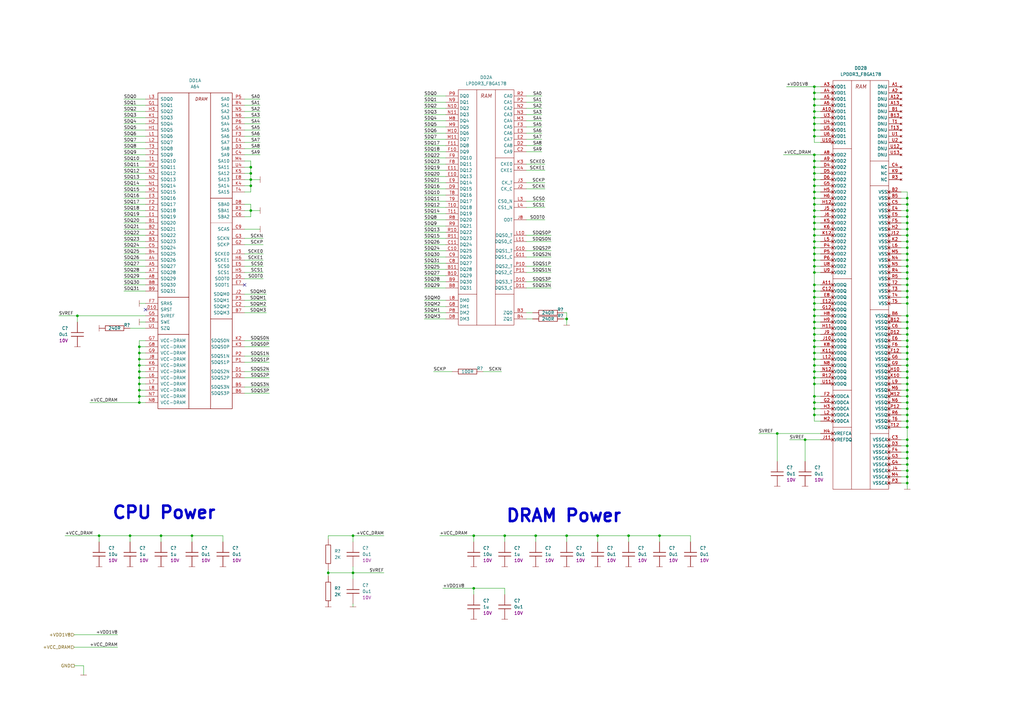
<source format=kicad_sch>
(kicad_sch (version 20211123) (generator eeschema)
  (paper "A3")
  (lib_symbols
    (symbol "Allwinner:A64" (pin_names (offset 1.016))
      (property "Reference" "DD" (at -1.27 1.27 0))
      (property "Value" "A64" (at -27.94 1.27 0))
      (symbol "A64_1_0"
        (pin passive line (at -35.56 -58.42 0) (length 5.08) (name "SDQ22") (number "A2"))
        (pin passive line (at -35.56 -68.58 0) (length 5.08) (name "SDQ26") (number "A4"))
        (pin passive line (at -35.56 -71.12 0) (length 5.08) (name "SDQ27") (number "A5"))
        (pin passive line (at -35.56 -73.66 0) (length 5.08) (name "SDQ28") (number "A7"))
        (pin passive line (at -35.56 -76.2 0) (length 5.08) (name "SDQ29") (number "A8"))
        (pin passive line (at -35.56 -53.34 0) (length 5.08) (name "SDQ20") (number "B1"))
        (pin passive line (at -35.56 -55.88 0) (length 5.08) (name "SDQ21") (number "B2"))
        (pin passive line (at -35.56 -60.96 0) (length 5.08) (name "SDQ23") (number "B3"))
        (pin passive line (at -35.56 -66.04 0) (length 5.08) (name "SDQ25") (number "B4"))
        (pin passive line (at 5.08 -120.65 180) (length 5.08) (name "SDQS3N") (number "B5"))
        (pin passive line (at 5.08 -123.19 180) (length 5.08) (name "SDQS3P") (number "B6"))
        (pin passive line (at 5.08 -90.17 180) (length 5.08) (name "SDQM3") (number "B7"))
        (pin passive line (at -35.56 -78.74 0) (length 5.08) (name "SDQ30") (number "B8"))
        (pin passive line (at -35.56 -81.28 0) (length 5.08) (name "SDQ31") (number "B9"))
        (pin passive line (at 5.08 -87.63 180) (length 5.08) (name "SDQM2") (number "C2"))
        (pin passive line (at 5.08 -25.4 180) (length 5.08) (name "SA9") (number "C4"))
        (pin passive line (at -35.56 -63.5 0) (length 5.08) (name "SDQ24") (number "C5"))
        (pin passive line (at 5.08 -50.8 180) (length 5.08) (name "SBA2") (number "C6"))
        (pin passive line (at -35.56 -93.98 0) (length 5.08) (name "SWE") (number "C8"))
        (pin passive line (at 5.08 -55.88 180) (length 5.08) (name "SCAS") (number "C9"))
        (pin passive line (at 5.08 -114.3 180) (length 5.08) (name "SDQS2N") (number "D1"))
        (pin passive line (at -35.56 -88.9 0) (length 5.08) (name "SRST") (number "D10"))
        (pin passive line (at 5.08 -116.84 180) (length 5.08) (name "SDQS2P") (number "D2"))
        (pin passive line (at 5.08 -22.86 180) (length 5.08) (name "SA8") (number "D3"))
        (pin passive line (at 5.08 -76.2 180) (length 5.08) (name "SODT0") (number "D5"))
        (pin passive line (at 5.08 -45.72 180) (length 5.08) (name "SBA0") (number "D8"))
        (pin passive line (at -35.56 -50.8 0) (length 5.08) (name "SDQ19") (number "E1"))
        (pin passive line (at -35.56 -48.26 0) (length 5.08) (name "SDQ18") (number "E2"))
        (pin passive line (at -35.56 -43.18 0) (length 5.08) (name "SDQ16") (number "E3"))
        (pin passive line (at 5.08 -20.32 180) (length 5.08) (name "SA7") (number "E4"))
        (pin passive line (at 5.08 -71.12 180) (length 5.08) (name "SCS0") (number "E5"))
        (pin passive line (at 5.08 -78.74 180) (length 5.08) (name "SODT1") (number "E7"))
        (pin passive line (at 5.08 -35.56 180) (length 5.08) (name "SA13") (number "E8"))
        (pin passive line (at -35.56 -45.72 0) (length 5.08) (name "SDQ17") (number "F2"))
        (pin passive line (at 5.08 -17.78 180) (length 5.08) (name "SA6") (number "F3"))
        (pin passive line (at -35.56 -86.36 0) (length 5.08) (name "SRAS") (number "F7"))
        (pin passive line (at -35.56 -5.08 0) (length 5.08) (name "SDQ1") (number "G1"))
        (pin passive line (at 5.08 -62.23 180) (length 5.08) (name "SCKP") (number "G2"))
        (pin passive line (at 5.08 -59.69 180) (length 5.08) (name "SCKN") (number "G3"))
        (pin passive line (at 5.08 -15.24 180) (length 5.08) (name "SA5") (number "G4"))
        (pin passive line (at -35.56 -91.44 0) (length 5.08) (name "SVREF") (number "G5"))
        (pin passive line (at -35.56 -101.6 0) (length 5.08) (name "VCC-DRAM") (number "G7"))
        (pin passive line (at -35.56 -104.14 0) (length 5.08) (name "VCC-DRAM") (number "G8"))
        (pin passive line (at -35.56 -106.68 0) (length 5.08) (name "VCC-DRAM") (number "G9"))
        (pin passive line (at -35.56 -15.24 0) (length 5.08) (name "SDQ5") (number "H1"))
        (pin passive line (at -35.56 -12.7 0) (length 5.08) (name "SDQ4") (number "H2"))
        (pin passive line (at -35.56 -7.62 0) (length 5.08) (name "SDQ2") (number "H3"))
        (pin passive line (at 5.08 -73.66 180) (length 5.08) (name "SCS1") (number "H5"))
        (pin passive line (at 5.08 -68.58 180) (length 5.08) (name "SCKE1") (number "H6"))
        (pin passive line (at 5.08 -82.55 180) (length 5.08) (name "SDQM0") (number "J2"))
        (pin passive line (at 5.08 -66.04 180) (length 5.08) (name "SCKE0") (number "J3"))
        (pin passive line (at -35.56 -109.22 0) (length 5.08) (name "VCC-DRAM") (number "J8"))
        (pin passive line (at -35.56 -10.16 0) (length 5.08) (name "SDQ3") (number "K1"))
        (pin passive line (at 5.08 -101.6 180) (length 5.08) (name "SDQS0N") (number "K2"))
        (pin passive line (at 5.08 -104.14 180) (length 5.08) (name "SDQS0P") (number "K3"))
        (pin passive line (at 5.08 -38.1 180) (length 5.08) (name "SA14") (number "K4"))
        (pin passive line (at 5.08 -33.02 180) (length 5.08) (name "SA12") (number "K5"))
        (pin passive line (at -35.56 -111.76 0) (length 5.08) (name "VCC-DRAM") (number "K6"))
        (pin passive line (at -35.56 -114.3 0) (length 5.08) (name "VCC-DRAM") (number "K7"))
        (pin passive line (at -35.56 -17.78 0) (length 5.08) (name "SDQ6") (number "L1"))
        (pin passive line (at -35.56 -20.32 0) (length 5.08) (name "SDQ7") (number "L2"))
        (pin passive line (at -35.56 -2.54 0) (length 5.08) (name "SDQ0") (number "L3"))
        (pin passive line (at -35.56 -116.84 0) (length 5.08) (name "VCC-DRAM") (number "L6"))
        (pin passive line (at -35.56 -119.38 0) (length 5.08) (name "VCC-DRAM") (number "L7"))
        (pin passive line (at -35.56 -121.92 0) (length 5.08) (name "VCC-DRAM") (number "L8"))
        (pin passive line (at -35.56 -40.64 0) (length 5.08) (name "SDQ15") (number "M2"))
        (pin passive line (at 5.08 -27.94 180) (length 5.08) (name "SA10") (number "M4"))
        (pin passive line (at -35.56 -38.1 0) (length 5.08) (name "SDQ14") (number "N1"))
        (pin passive line (at -35.56 -35.56 0) (length 5.08) (name "SDQ13") (number "N2"))
        (pin passive line (at -35.56 -33.02 0) (length 5.08) (name "SDQ12") (number "N3"))
        (pin passive line (at 5.08 -7.62 180) (length 5.08) (name "SA2") (number "N5"))
        (pin passive line (at 5.08 -10.16 180) (length 5.08) (name "SA3") (number "N6"))
        (pin passive line (at -35.56 -124.46 0) (length 5.08) (name "VCC-DRAM") (number "N7"))
        (pin passive line (at -35.56 -127 0) (length 5.08) (name "VCC-DRAM") (number "N8"))
        (pin passive line (at 5.08 -110.49 180) (length 5.08) (name "SDQS1P") (number "P1"))
        (pin passive line (at 5.08 -107.95 180) (length 5.08) (name "SDQS1N") (number "P2"))
        (pin passive line (at 5.08 -85.09 180) (length 5.08) (name "SDQM1") (number "P3"))
        (pin passive line (at 5.08 -2.54 180) (length 5.08) (name "SA0") (number "P5"))
        (pin passive line (at 5.08 -12.7 180) (length 5.08) (name "SA4") (number "P6"))
        (pin passive line (at -35.56 -30.48 0) (length 5.08) (name "SDQ11") (number "R2"))
        (pin passive line (at 5.08 -48.26 180) (length 5.08) (name "SBA1") (number "R3"))
        (pin passive line (at 5.08 -5.08 180) (length 5.08) (name "SA1") (number "R4"))
        (pin passive line (at -35.56 -27.94 0) (length 5.08) (name "SDQ10") (number "T1"))
        (pin passive line (at -35.56 -25.4 0) (length 5.08) (name "SDQ9") (number "T2"))
        (pin passive line (at -35.56 -22.86 0) (length 5.08) (name "SDQ8") (number "T3"))
        (pin passive line (at 5.08 -40.64 180) (length 5.08) (name "SA15") (number "T4"))
        (pin passive line (at -35.56 -96.52 0) (length 5.08) (name "SZQ") (number "U1"))
        (pin passive line (at 5.08 -30.48 180) (length 5.08) (name "SA11") (number "U4"))
      )
      (symbol "A64_1_1"
        (text "DRAM" (at -12.7 -2.54 0) (effects (font (size 1.27 1.27) italic)))
      )
      (symbol "A64_2_0"
        (pin passive line (at 5.08 -55.88 180) (length 5.08) (name "KEYADC") (number "A16"))
        (pin passive line (at 5.08 -50.8 180) (length 5.08) (name "JTAGSEL0") (number "AA11"))
        (pin passive line (at 5.08 -53.34 180) (length 5.08) (name "JTAGSEL1") (number "AA12"))
        (pin passive line (at 5.08 -7.62 180) (length 5.08) (name "X32KFOUT") (number "B18"))
        (pin passive line (at 5.08 -2.54 180) (length 5.08) (name "X32KOUT") (number "B19"))
        (pin passive line (at 5.08 -5.08 180) (length 5.08) (name "X32KIN") (number "C18"))
        (pin passive line (at 5.08 -45.72 180) (length 5.08) (name "RESET") (number "E17"))
        (pin passive line (at 5.08 -58.42 180) (length 5.08) (name "FEL") (number "F17"))
        (pin passive line (at 5.08 -38.1 180) (length 5.08) (name "RTC-VIO") (number "G16"))
        (pin passive line (at 5.08 -48.26 180) (length 5.08) (name "NMI") (number "G18"))
        (pin passive line (at 5.08 -43.18 180) (length 5.08) (name "TEST") (number "H14"))
        (pin passive line (at 5.08 -27.94 180) (length 5.08) (name "VCC-RTC") (number "H16"))
        (pin passive line (at 5.08 -15.24 180) (length 5.08) (name "X24MI") (number "K22"))
        (pin passive line (at 5.08 -12.7 180) (length 5.08) (name "X24MO") (number "K23"))
        (pin passive line (at 5.08 -33.02 180) (length 5.08) (name "VCC-PLL") (number "N16"))
        (pin passive line (at 5.08 -20.32 180) (length 5.08) (name "VCC-EFUSE") (number "N18"))
        (pin passive line (at 5.08 -22.86 180) (length 5.08) (name "VDDBP-EFUSE") (number "P16"))
      )
      (symbol "A64_3_0"
        (pin passive non_logic (at -35.56 -5.08 0) (length 5.08) (name "AGND") (number "A11"))
        (pin passive line (at 5.08 -5.08 180) (length 5.08) (name "EAROUTN") (number "A13"))
        (pin passive line (at 5.08 -17.78 180) (length 5.08) (name "LINEINP") (number "A14"))
        (pin passive line (at 5.08 -48.26 180) (length 5.08) (name "MICIN2N") (number "A17"))
        (pin passive line (at 5.08 -38.1 180) (length 5.08) (name "MIC-DET") (number "B10"))
        (pin passive line (at -35.56 -31.75 0) (length 5.08) (name "VRA2") (number "B11"))
        (pin passive line (at -35.56 -29.21 0) (length 5.08) (name "VRA1") (number "B12"))
        (pin passive line (at 5.08 -2.54 180) (length 5.08) (name "EAROUTP") (number "B13"))
        (pin passive line (at 5.08 -20.32 180) (length 5.08) (name "LINEINN") (number "B14"))
        (pin passive line (at 5.08 -40.64 180) (length 5.08) (name "MICIN1P") (number "B15"))
        (pin passive line (at 5.08 -43.18 180) (length 5.08) (name "MICIN1N") (number "B16"))
        (pin passive line (at 5.08 -45.72 180) (length 5.08) (name "MICIN2P") (number "B17"))
        (pin passive line (at -35.56 -35.56 0) (length 5.08) (name "HP-FB") (number "C10"))
        (pin passive line (at -35.56 -17.78 0) (length 5.08) (name "VRP") (number "C11"))
        (pin passive line (at -35.56 -40.64 0) (length 5.08) (name "HPOUTR") (number "C12"))
        (pin passive line (at -35.56 -38.1 0) (length 5.08) (name "HPOUTL") (number "C13"))
        (pin passive line (at 5.08 -27.94 180) (length 5.08) (name "PHONEINN") (number "C14"))
        (pin passive line (at 5.08 -12.7 180) (length 5.08) (name "LINEOUTN") (number "C16"))
        (pin passive line (at -35.56 -43.18 0) (length 5.08) (name "HP-DET") (number "D11"))
        (pin passive line (at -35.56 -46.99 0) (length 5.08) (name "HBIAS") (number "D13"))
        (pin passive line (at 5.08 -25.4 180) (length 5.08) (name "PHONEINP") (number "D14"))
        (pin passive line (at 5.08 -10.16 180) (length 5.08) (name "LINEOUTP") (number "D16"))
        (pin passive line (at -35.56 -22.86 0) (length 5.08) (name "CPN") (number "E10"))
        (pin passive line (at -35.56 -20.32 0) (length 5.08) (name "CPP") (number "E11"))
        (pin passive non_logic (at -35.56 -10.16 0) (length 5.08) (name "CPVDD") (number "E13"))
        (pin passive line (at -35.56 -49.53 0) (length 5.08) (name "MBIAS") (number "E14"))
        (pin passive line (at 5.08 -30.48 180) (length 5.08) (name "PHONEOUTP") (number "E16"))
        (pin passive line (at -35.56 -12.7 0) (length 5.08) (name "CPVEE") (number "F12"))
        (pin passive line (at 5.08 -33.02 180) (length 5.08) (name "PHONEOUTN") (number "F16"))
        (pin passive line (at -35.56 -26.67 0) (length 5.08) (name "VEE") (number "G13"))
        (pin passive non_logic (at -35.56 -2.54 0) (length 5.08) (name "AVCC") (number "G14"))
      )
      (symbol "A64_3_1"
        (text "AUDIO" (at -16.51 -2.54 0) (effects (font (size 1.27 1.27) italic)))
      )
      (symbol "A64_4_0"
        (pin passive line (at 5.08 -2.54 180) (length 5.08) (name "USB0-DP") (number "A22"))
        (pin passive line (at 5.08 -5.08 180) (length 5.08) (name "USB0-DM") (number "B22"))
        (pin passive line (at 5.08 -10.16 180) (length 5.08) (name "USB1-DP") (number "B23"))
        (pin passive line (at 5.08 -12.7 180) (length 5.08) (name "USB1-DM") (number "C22"))
        (pin passive line (at -33.02 -2.54 0) (length 5.08) (name "HSIC-DAT") (number "G19"))
        (pin passive line (at -33.02 -6.35 0) (length 5.08) (name "HSIC-STR") (number "H19"))
        (pin passive non_logic (at -33.02 -17.78 0) (length 5.08) (name "HSIC-VCC") (number "K16"))
        (pin passive non_logic (at 5.08 -17.78 180) (length 5.08) (name "VCC-USB") (number "L16"))
      )
      (symbol "A64_4_1"
        (text "USB" (at -13.97 -2.54 0) (effects (font (size 1.27 1.27) italic)))
      )
      (symbol "A64_5_0"
        (pin passive line (at -35.56 -29.21 0) (length 5.08) (name "HTX2P") (number "D23"))
        (pin passive line (at -35.56 -7.62 0) (length 5.08) (name "HSDA") (number "E20"))
        (pin passive line (at -35.56 -2.54 0) (length 5.08) (name "HHPD") (number "E21"))
        (pin passive line (at -35.56 -31.75 0) (length 5.08) (name "HTX2N") (number "E22"))
        (pin passive line (at -35.56 -24.13 0) (length 5.08) (name "HTX1P") (number "E23"))
        (pin passive line (at -35.56 -10.16 0) (length 5.08) (name "HCEC") (number "F21"))
        (pin passive line (at -35.56 -26.67 0) (length 5.08) (name "HTX1N") (number "F22"))
        (pin passive line (at -35.56 -5.08 0) (length 5.08) (name "HSCL") (number "G21"))
        (pin passive line (at -35.56 -19.05 0) (length 5.08) (name "HTX0P") (number "G22"))
        (pin passive line (at -35.56 -21.59 0) (length 5.08) (name "HTX0N") (number "G23"))
        (pin passive line (at -35.56 -13.97 0) (length 5.08) (name "HTXCP") (number "H22"))
        (pin passive line (at -35.56 -16.51 0) (length 5.08) (name "HTXCN") (number "H23"))
        (pin passive line (at 5.08 -30.48 180) (length 5.08) (name "DSI-D3N") (number "L22"))
        (pin passive line (at 5.08 -27.94 180) (length 5.08) (name "DSI-D3P") (number "L23"))
        (pin passive non_logic (at -35.56 -36.83 0) (length 5.08) (name "HVCC") (number "M16"))
        (pin passive line (at 5.08 -21.59 180) (length 5.08) (name "DSI-D2P") (number "M22"))
        (pin passive non_logic (at 5.08 -36.83 180) (length 5.08) (name "VCC-DSI") (number "N19"))
        (pin passive line (at 5.08 -24.13 180) (length 5.08) (name "DSI-D2N") (number "N22"))
        (pin passive line (at 5.08 -2.54 180) (length 5.08) (name "DSI-CKP") (number "N23"))
        (pin passive line (at 5.08 -15.24 180) (length 5.08) (name "DSI-D1P") (number "P22"))
        (pin passive line (at 5.08 -5.08 180) (length 5.08) (name "DSI-CKN") (number "P23"))
        (pin passive line (at 5.08 -17.78 180) (length 5.08) (name "DSI-D1N") (number "R22"))
        (pin passive line (at 5.08 -8.89 180) (length 5.08) (name "DSI-D0P") (number "T22"))
        (pin passive line (at 5.08 -11.43 180) (length 5.08) (name "DSI-D0N") (number "T23"))
      )
      (symbol "A64_5_1"
        (text "HDMI/DSI" (at -16.51 -2.54 0) (effects (font (size 1.27 1.27) italic)))
      )
      (symbol "A64_6_0"
        (pin passive line (at 5.08 -15.24 180) (length 5.08) (name "PB5/AIF2-BCLK/PCM0-BCLK") (number "AA6"))
        (pin passive line (at 5.08 -10.16 180) (length 5.08) (name "PB3/UART2-CTS/I2S0-MCLK/JTAG-DI0") (number "AA7"))
        (pin passive line (at 5.08 -5.08 180) (length 5.08) (name "PB1/UART2-RX/JTAG-CK0") (number "AB7"))
        (pin passive line (at 5.08 -22.86 180) (length 5.08) (name "PB8/UART0-TX") (number "V10"))
        (pin passive line (at 5.08 -2.54 180) (length 5.08) (name "PB0/UART2-TX/JTAG-MS0") (number "V9"))
        (pin passive line (at 5.08 -7.62 180) (length 5.08) (name "PB2/UART2-RTS/JTAG-DO0") (number "W10"))
        (pin passive line (at 5.08 -12.7 180) (length 5.08) (name "PB4/AIF2-SYNC/PCM0-SYNC") (number "W7"))
        (pin passive line (at 5.08 -17.78 180) (length 5.08) (name "PB6/AIF2-DOUT/PCM0-DOUT") (number "W8"))
        (pin passive line (at 5.08 -20.32 180) (length 5.08) (name "PB7/AIF2-DINPCM0-DIN") (number "Y6"))
        (pin passive line (at 5.08 -25.4 180) (length 5.08) (name "PB9/UART0-RX") (number "Y7"))
      )
      (symbol "A64_7_0"
        (pin passive line (at 5.08 -15.24 180) (length 5.08) (name "PC5/NAND-RE/SDC2-CLK") (number "G20"))
        (pin passive line (at 5.08 -30.48 180) (length 5.08) (name "PC11/NAND-DQ3/SDC2-D3") (number "H20"))
        (pin passive line (at 5.08 -38.1 180) (length 5.08) (name "PC14/NAND-DQ6/SDC2-D6") (number "J21"))
        (pin passive line (at 5.08 -5.08 180) (length 5.08) (name "PC1/NAND-ALE/SDC2-DS/SPI0-MISO") (number "K18"))
        (pin passive line (at 5.08 -17.78 180) (length 5.08) (name "PC6/NAND-RB0/SDC2-CMD") (number "K19"))
        (pin passive line (at 5.08 -27.94 180) (length 5.08) (name "PC10/NAND-DQ2/SDC2-D2") (number "K20"))
        (pin passive line (at 5.08 -25.4 180) (length 5.08) (name "PC9/NAND-DQ1/SDC2-D1") (number "L19"))
        (pin passive line (at 5.08 -35.56 180) (length 5.08) (name "PC13/NAND-DQ5/SDC2-D5") (number "L20"))
        (pin passive line (at 5.08 -22.86 180) (length 5.08) (name "PC8/NAND-DQ0/SDC2-D0") (number "M21"))
        (pin passive line (at 5.08 -43.18 180) (length 5.08) (name "PC16/NAND-DQS/SDC2-RST") (number "N20"))
        (pin passive line (at 5.08 -33.02 180) (length 5.08) (name "PC12/NAND-DQ4/SDC2-D4") (number "P18"))
        (pin passive line (at 5.08 -10.16 180) (length 5.08) (name "PC3/NAND-CE1/SPI0-CS") (number "P19"))
        (pin passive line (at 5.08 -7.62 180) (length 5.08) (name "PC2/NAND-CLE/SPI0-CLK") (number "P20"))
        (pin passive non_logic (at 5.08 -48.26 180) (length 5.08) (name "VCC-PC") (number "R16"))
        (pin passive line (at 5.08 -40.64 180) (length 5.08) (name "PC15/NAND-DQ7/SDC2-D7") (number "R21"))
        (pin passive line (at 5.08 -20.32 180) (length 5.08) (name "PC7/NAND-RB1") (number "T19"))
        (pin passive line (at 5.08 -12.7 180) (length 5.08) (name "PC4/NAND-CE0") (number "T20"))
        (pin passive line (at 5.08 -2.54 180) (length 5.08) (name "PC0/NAND-WE/SPI0-MOSI") (number "T21"))
      )
      (symbol "A64_8_0"
        (pin passive line (at 5.08 -25.4 180) (length 5.08) (name "PD9/LCD-D13/RGMII-RXD2/RMII-NULL/CCIR-D5") (number "AA13"))
        (pin passive line (at 5.08 -10.16 180) (length 5.08) (name "PD3/LCD-D5/UART4-RX/SPI1-MISO/CCIR-VSYNC") (number "AA14"))
        (pin passive line (at 5.08 -15.24 180) (length 5.08) (name "PD5/LCD-D7/UART4-CTS/CCIR-D1") (number "AA15"))
        (pin passive line (at 5.08 -20.32 180) (length 5.08) (name "PD7/LCD-D11/CCIR-D3") (number "AA16"))
        (pin passive line (at 5.08 -5.08 180) (length 5.08) (name "PD1/LCD-D3/UART3-RX/SPI1-CLK/CCIR-DE") (number "AA17"))
        (pin passive line (at 5.08 -2.54 180) (length 5.08) (name "PD0/LCD-D2/UART3-TX/SPI1-CS/CCIR-CLK") (number "AA20"))
        (pin passive line (at 5.08 -53.34 180) (length 5.08) (name "PD20/LCD-HSYNC/LVDS-VP3/RGMII-TXCTL/RMII-TXEN") (number "AB11"))
        (pin passive line (at 5.08 -50.8 180) (length 5.08) (name "PD19/LCD-DE/LVDS-VNC/RGMII-TXCK/RMII-TXCK") (number "AB12"))
        (pin passive line (at 5.08 -48.26 180) (length 5.08) (name "PD18/LCD-CLK/LVDS-VPC/RGMII-TXD0/RMII-TXD0") (number "AB13"))
        (pin passive line (at 5.08 -40.64 180) (length 5.08) (name "PD15/LCD-D21/LVDS-VN1/RGMII-TXD3/RMII-NULL/CCIR-D6") (number "AB14"))
        (pin passive line (at 5.08 -38.1 180) (length 5.08) (name "PD14/LCD-D20/LVDS-VP1/RGMII-NULL/RMII-RXER") (number "AB15"))
        (pin passive line (at 5.08 -35.56 180) (length 5.08) (name "PD13/LCD-D19/LVDS-VN0/RGMII-RXCTL/RMII-CRS-DV") (number "AB16"))
        (pin passive line (at 5.08 -60.96 180) (length 5.08) (name "PD23/MDIO") (number "AC10"))
        (pin passive line (at 5.08 -55.88 180) (length 5.08) (name "PD21/LCD-VSYNC/LVDS-VN3/RGMII-CLKIN/RMII-NULL") (number "AC11"))
        (pin passive line (at 5.08 -45.72 180) (length 5.08) (name "PD17/LCD-D23/LVDS-VN2/RGMII-TXD1/RMII-TXD1") (number "AC13"))
        (pin passive line (at 5.08 -43.18 180) (length 5.08) (name "PD16/LCD-D22/LVDS-VP2/RGMII-TXD2/RMII-NULL/CCIR-D7") (number "AC14"))
        (pin passive line (at 5.08 -33.02 180) (length 5.08) (name "PD12/LCD-D18/LVDS-VP0/RGMII-RXCK/RMII-NULL") (number "AC16"))
        (pin passive non_logic (at 5.08 -68.58 180) (length 5.08) (name "VCC-PD") (number "U16"))
        (pin passive line (at 5.08 -22.86 180) (length 5.08) (name "PD8/LCD-D12/RGMII-RXD3/RMII-NULL/CCIR-D4") (number "V17"))
        (pin passive line (at 5.08 -12.7 180) (length 5.08) (name "PD4/LCD-D6/UART4-RTS/CCIR-D0") (number "V18"))
        (pin passive line (at 5.08 -27.94 180) (length 5.08) (name "PD10/LCD-D14/RGMII-RXD1/RMII-RXD1") (number "W16"))
        (pin passive line (at 5.08 -7.62 180) (length 5.08) (name "PD2/LCD-D4/UART4-TX/SPI1-MOSI/CCIR-HSYNC") (number "W19"))
        (pin passive line (at 5.08 -17.78 180) (length 5.08) (name "PD6/LCD-D10/CCIR-D2") (number "Y11"))
        (pin passive line (at 5.08 -58.42 180) (length 5.08) (name "PD22/PWM0/MDC") (number "Y13"))
        (pin passive line (at 5.08 -63.5 180) (length 5.08) (name "PD24") (number "Y14"))
        (pin passive line (at 5.08 -30.48 180) (length 5.08) (name "PD11/LCD-D15/RGMII-RXD0/RMII-RXD0") (number "Y16"))
      )
      (symbol "A64_9_0"
        (pin passive line (at 5.08 -2.54 180) (length 5.08) (name "PE0/CSI-PCLK/TS_CLK") (number "AA18"))
        (pin passive line (at 5.08 -12.7 180) (length 5.08) (name "PE4/CSI-D0/TS_D0") (number "AA19"))
        (pin passive line (at 5.08 -10.16 180) (length 5.08) (name "PE3/CSI-VSYNC/TS_DVLD") (number "AA21"))
        (pin passive line (at 5.08 -7.62 180) (length 5.08) (name "PE2/CSI-HSYNC/TS_SYNC") (number "AA22"))
        (pin passive line (at 5.08 -33.02 180) (length 5.08) (name "PE12/CSI-SCK") (number "AB20"))
        (pin passive line (at 5.08 -43.18 180) (length 5.08) (name "PE16") (number "AB21"))
        (pin passive line (at 5.08 -27.94 180) (length 5.08) (name "PE10/CSI-D6/TS-D6") (number "AB22"))
        (pin passive line (at 5.08 -5.08 180) (length 5.08) (name "PE1/CSI-MCLK/TS_ERR") (number "AB23"))
        (pin passive line (at 5.08 -38.1 180) (length 5.08) (name "PE14/PLL-LOCK-DBG/TWI2-SCK") (number "AC20"))
        (pin passive line (at 5.08 -22.86 180) (length 5.08) (name "PE8/CSI-D4/TS-D4") (number "AC22"))
        (pin passive non_logic (at 5.08 -50.8 180) (length 5.08) (name "VCC-PE") (number "U18"))
        (pin passive line (at 5.08 -15.24 180) (length 5.08) (name "PE5/CSI-D1/TS-D") (number "W17"))
        (pin passive line (at 5.08 -17.78 180) (length 5.08) (name "PE6/CSI-D2/TS-D2") (number "W20"))
        (pin passive line (at 5.08 -30.48 180) (length 5.08) (name "PE11/CSI-D7/TS-D7") (number "W21"))
        (pin passive line (at 5.08 -45.72 180) (length 5.08) (name "PE17") (number "W22"))
        (pin passive line (at 5.08 -25.4 180) (length 5.08) (name "PE9/CSI-D5/TS-D5") (number "Y17"))
        (pin passive line (at 5.08 -20.32 180) (length 5.08) (name "PE7/CSI-D3/TS-D3") (number "Y19"))
        (pin passive line (at 5.08 -35.56 180) (length 5.08) (name "PE13/CSI-SDA") (number "Y22"))
        (pin passive line (at 5.08 -40.64 180) (length 5.08) (name "PE15/TWI2-SDA") (number "Y23"))
      )
      (symbol "A64_10_0"
        (pin passive line (at 5.08 -2.54 180) (length 5.08) (name "PF0/SDC0-D1/JTAG-MS1") (number "AB10"))
        (pin passive line (at 5.08 -12.7 180) (length 5.08) (name "PF4/SDC0-D3/UART0-RX") (number "AB6"))
        (pin passive line (at 5.08 -17.78 180) (length 5.08) (name "PF6") (number "AB8"))
        (pin passive line (at 5.08 -15.24 180) (length 5.08) (name "PF5/SDC0-D2/JTAG-CK1") (number "AB9"))
        (pin passive line (at 5.08 -7.62 180) (length 5.08) (name "PF2/SDC0-CLK/UART0-TX") (number "AC8"))
        (pin passive line (at 5.08 -5.08 180) (length 5.08) (name "PF1/SDC0-D0/JTAG-DI1") (number "W13"))
        (pin passive line (at 5.08 -10.16 180) (length 5.08) (name "PF3/SDC0-CMD/JTAG-DO1") (number "W9"))
      )
      (symbol "A64_11_0"
        (pin passive line (at 5.08 -17.78 180) (length 5.08) (name "PG6/UART1-TX") (number "AB17"))
        (pin passive line (at 5.08 -30.48 180) (length 5.08) (name "PG11/AIF3-BCLK/PCM1-BCLK") (number "AB18"))
        (pin passive line (at 5.08 -27.94 180) (length 5.08) (name "PG10/AIF3-SYNC/PCM1-SYNC") (number "AB19"))
        (pin passive line (at 5.08 -22.86 180) (length 5.08) (name "PG8/UART1-RTS") (number "AC17"))
        (pin passive line (at 5.08 -33.02 180) (length 5.08) (name "PG12/AIF3-DOUT/PCM1-DOUT") (number "AC19"))
        (pin passive non_logic (at 5.08 -40.64 180) (length 5.08) (name "VCC-PG") (number "T17"))
        (pin passive line (at 5.08 -7.62 180) (length 5.08) (name "PG2/SDC1-D0") (number "U19"))
        (pin passive line (at 5.08 -5.08 180) (length 5.08) (name "PG1/SDC1-CMD") (number "U20"))
        (pin passive line (at 5.08 -25.4 180) (length 5.08) (name "PG9/UART1-CTS") (number "U21"))
        (pin passive line (at 5.08 -35.56 180) (length 5.08) (name "PG13/AIF3-DIN/PCM1-DIN") (number "U22"))
        (pin passive line (at 5.08 -20.32 180) (length 5.08) (name "PG7/UART1-RX") (number "U23"))
        (pin passive line (at 5.08 -2.54 180) (length 5.08) (name "PG0/SDC1-CLK") (number "V21"))
        (pin passive line (at 5.08 -10.16 180) (length 5.08) (name "PG3/SDC1-D1") (number "V22"))
        (pin passive line (at 5.08 -15.24 180) (length 5.08) (name "PG5/SDC1-D3") (number "W23"))
        (pin passive line (at 5.08 -12.7 180) (length 5.08) (name "PG4/SDC1-D2") (number "Y21"))
      )
      (symbol "A64_12_0"
        (pin passive line (at 5.08 -5.08 180) (length 5.08) (name "PH1/TWI0-SDA") (number "AA10"))
        (pin passive line (at 5.08 -30.48 180) (length 5.08) (name "PH11/MIC-DATA") (number "AA5"))
        (pin passive line (at 5.08 -25.4 180) (length 5.08) (name "PH9") (number "AA8"))
        (pin passive line (at 5.08 -10.16 180) (length 5.08) (name "PH3/TWI1-SDA") (number "AA9"))
        (pin passive line (at 5.08 -17.78 180) (length 5.08) (name "PH6/UART3-RTS") (number "AB4"))
        (pin passive line (at 5.08 -12.7 180) (length 5.08) (name "PH4/UART3-TX") (number "AB5"))
        (pin passive line (at 5.08 -7.62 180) (length 5.08) (name "PH2/TWI1-SCK") (number "AC4"))
        (pin passive line (at 5.08 -20.32 180) (length 5.08) (name "PH7/UART3-CTS") (number "AC5"))
        (pin passive line (at 5.08 -15.24 180) (length 5.08) (name "PH5/UART3-RX") (number "AC7"))
        (pin passive line (at 5.08 -2.54 180) (length 5.08) (name "PH0/TWI0-SCK") (number "W11"))
        (pin passive line (at 5.08 -22.86 180) (length 5.08) (name "PH8/SPDIF-OUT") (number "Y10"))
        (pin passive line (at 5.08 -27.94 180) (length 5.08) (name "PH10/MIC-CLK") (number "Y8"))
      )
      (symbol "A64_13_0"
        (pin passive line (at 5.08 -7.62 180) (length 5.08) (name "PL2/S-UART-TX") (number "A19"))
        (pin passive line (at 5.08 -12.7 180) (length 5.08) (name "PL4/S-JTAG-MS") (number "A20"))
        (pin passive line (at 5.08 -17.78 180) (length 5.08) (name "PL6/S-JTAG-DO") (number "B20"))
        (pin passive line (at 5.08 -22.86 180) (length 5.08) (name "PL8/S-TWI-SCK") (number "B21"))
        (pin passive line (at 5.08 -5.08 180) (length 5.08) (name "PL1/S-RSB-SDA/S-TWI-SDA") (number "C17"))
        (pin passive line (at 5.08 -20.32 180) (length 5.08) (name "PL7/S-JTAG-DI") (number "C19"))
        (pin passive line (at 5.08 -30.48 180) (length 5.08) (name "PL11/S-CIR-RX") (number "C20"))
        (pin passive line (at 5.08 -2.54 180) (length 5.08) (name "PL0/S-RSB-SCK/S-TWI-SCK") (number "D17"))
        (pin passive line (at 5.08 -15.24 180) (length 5.08) (name "PL5/S-JTAG-CK") (number "D19"))
        (pin passive line (at 5.08 -25.4 180) (length 5.08) (name "PL9/S-TWI-SDA") (number "D20"))
        (pin passive line (at 5.08 -27.94 180) (length 5.08) (name "PL10/S-PWM") (number "D21"))
        (pin passive line (at 5.08 -33.02 180) (length 5.08) (name "PL12") (number "D22"))
        (pin passive line (at 5.08 -10.16 180) (length 5.08) (name "PL3/S-UART-RX") (number "E19"))
        (pin passive non_logic (at 5.08 -39.37 180) (length 5.08) (name "VCC-PL") (number "J16"))
      )
      (symbol "A64_14_0"
        (pin passive non_logic (at 5.08 -2.54 180) (length 5.08) (name "GND") (number "A1"))
        (pin passive non_logic (at 5.08 -5.08 180) (length 5.08) (name "GND") (number "A23"))
        (pin passive non_logic (at -39.37 -17.78 0) (length 5.08) (name "VDD-CPUX") (number "AA1"))
        (pin passive non_logic (at -39.37 -40.64 0) (length 5.08) (name "VDD-CPUX") (number "AA3"))
        (pin passive non_logic (at -39.37 -27.94 0) (length 5.08) (name "VDD-CPUX") (number "AB2"))
        (pin passive non_logic (at -39.37 -20.32 0) (length 5.08) (name "VDD-CPUX") (number "AC1"))
        (pin passive non_logic (at -39.37 -30.48 0) (length 5.08) (name "VDD-CPUX") (number "AC2"))
        (pin passive non_logic (at 5.08 -7.62 180) (length 5.08) (name "GND") (number "AC23"))
        (pin passive non_logic (at 5.08 -10.16 180) (length 5.08) (name "GND") (number "C3"))
        (pin passive non_logic (at 5.08 -12.7 180) (length 5.08) (name "GND") (number "C7"))
        (pin passive non_logic (at 5.08 -15.24 180) (length 5.08) (name "GND") (number "D7"))
        (pin passive non_logic (at 5.08 -20.32 180) (length 5.08) (name "GND") (number "G11"))
        (pin passive non_logic (at 5.08 -17.78 180) (length 5.08) (name "GND") (number "G6"))
        (pin passive non_logic (at 5.08 -25.4 180) (length 5.08) (name "GND") (number "H13"))
        (pin passive non_logic (at -39.37 -10.16 0) (length 5.08) (name "VDD-CPUS") (number "H15"))
        (pin passive non_logic (at 5.08 -22.86 180) (length 5.08) (name "GND") (number "H4"))
        (pin passive non_logic (at 5.08 -30.48 180) (length 5.08) (name "GND") (number "J10"))
        (pin passive non_logic (at 5.08 -33.02 180) (length 5.08) (name "GND") (number "J11"))
        (pin passive non_logic (at -39.37 -68.58 0) (length 5.08) (name "VDD-SYS") (number "J12"))
        (pin passive non_logic (at -39.37 -71.12 0) (length 5.08) (name "VDD-SYS") (number "J13"))
        (pin passive non_logic (at 5.08 -35.56 180) (length 5.08) (name "GND") (number "J14"))
        (pin passive non_logic (at 5.08 -38.1 180) (length 5.08) (name "GND") (number "J15"))
        (pin passive non_logic (at 5.08 -27.94 180) (length 5.08) (name "GND") (number "J9"))
        (pin passive non_logic (at 5.08 -45.72 180) (length 5.08) (name "GND") (number "K10"))
        (pin passive non_logic (at 5.08 -48.26 180) (length 5.08) (name "GND") (number "K11"))
        (pin passive non_logic (at 5.08 -50.8 180) (length 5.08) (name "GND") (number "K12"))
        (pin passive non_logic (at 5.08 -53.34 180) (length 5.08) (name "GND") (number "K13"))
        (pin passive non_logic (at -39.37 -81.28 0) (length 5.08) (name "VDD-SYS") (number "K14"))
        (pin passive non_logic (at 5.08 -40.64 180) (length 5.08) (name "GND") (number "K8"))
        (pin passive non_logic (at 5.08 -43.18 180) (length 5.08) (name "GND") (number "K9"))
        (pin passive non_logic (at 5.08 -63.5 180) (length 5.08) (name "GND") (number "L10"))
        (pin passive non_logic (at 5.08 -66.04 180) (length 5.08) (name "GND") (number "L11"))
        (pin passive non_logic (at 5.08 -68.58 180) (length 5.08) (name "GND") (number "L12"))
        (pin passive non_logic (at -39.37 -73.66 0) (length 5.08) (name "VDD-SYS") (number "L13"))
        (pin passive non_logic (at -39.37 -83.82 0) (length 5.08) (name "VDD-SYS") (number "L14"))
        (pin passive non_logic (at 5.08 -71.12 180) (length 5.08) (name "GND") (number "L15"))
        (pin passive non_logic (at 5.08 -55.88 180) (length 5.08) (name "GND") (number "L4"))
        (pin passive non_logic (at 5.08 -58.42 180) (length 5.08) (name "GND") (number "L5"))
        (pin passive non_logic (at 5.08 -60.96 180) (length 5.08) (name "GND") (number "L9"))
        (pin passive non_logic (at 5.08 -81.28 180) (length 5.08) (name "GND") (number "M10"))
        (pin passive non_logic (at 5.08 -83.82 180) (length 5.08) (name "GND") (number "M11"))
        (pin passive non_logic (at 5.08 -86.36 180) (length 5.08) (name "GND") (number "M12"))
        (pin passive non_logic (at -39.37 -76.2 0) (length 5.08) (name "VDD-SYS") (number "M13"))
        (pin passive non_logic (at -39.37 -86.36 0) (length 5.08) (name "VDD-SYS") (number "M14"))
        (pin passive non_logic (at 5.08 -88.9 180) (length 5.08) (name "GND") (number "M15"))
        (pin passive non_logic (at 5.08 -73.66 180) (length 5.08) (name "GND") (number "M3"))
        (pin passive non_logic (at 5.08 -76.2 180) (length 5.08) (name "GND") (number "M8"))
        (pin passive non_logic (at 5.08 -78.74 180) (length 5.08) (name "GND") (number "M9"))
        (pin passive non_logic (at 5.08 -96.52 180) (length 5.08) (name "GND") (number "N10"))
        (pin passive non_logic (at 5.08 -99.06 180) (length 5.08) (name "GND") (number "N11"))
        (pin passive non_logic (at 5.08 -101.6 180) (length 5.08) (name "GND") (number "N12"))
        (pin passive non_logic (at 5.08 -104.14 180) (length 5.08) (name "GND") (number "N13"))
        (pin passive non_logic (at -39.37 -88.9 0) (length 5.08) (name "VDD-SYS") (number "N14"))
        (pin passive non_logic (at 5.08 -106.68 180) (length 5.08) (name "GND") (number "N15"))
        (pin passive non_logic (at 5.08 -91.44 180) (length 5.08) (name "GND") (number "N4"))
        (pin passive non_logic (at 5.08 -93.98 180) (length 5.08) (name "GND") (number "N9"))
        (pin passive non_logic (at 5.08 -116.84 180) (length 5.08) (name "GND") (number "P10"))
        (pin passive non_logic (at 5.08 -119.38 180) (length 5.08) (name "GND") (number "P11"))
        (pin passive non_logic (at 5.08 -121.92 180) (length 5.08) (name "GND") (number "P12"))
        (pin passive non_logic (at 5.08 -124.46 180) (length 5.08) (name "GND") (number "P13"))
        (pin passive non_logic (at -39.37 -91.44 0) (length 5.08) (name "VDD-SYS") (number "P14"))
        (pin passive non_logic (at 5.08 -109.22 180) (length 5.08) (name "GND") (number "P7"))
        (pin passive non_logic (at 5.08 -111.76 180) (length 5.08) (name "GND") (number "P8"))
        (pin passive non_logic (at 5.08 -114.3 180) (length 5.08) (name "GND") (number "P9"))
        (pin passive non_logic (at 5.08 -139.7 180) (length 5.08) (name "GND") (number "R10"))
        (pin passive non_logic (at 5.08 -142.24 180) (length 5.08) (name "GND") (number "R11"))
        (pin passive non_logic (at -39.37 -101.6 0) (length 5.08) (name "GND") (number "R12"))
        (pin passive non_logic (at -39.37 -78.74 0) (length 5.08) (name "VDD-SYS") (number "R13"))
        (pin passive non_logic (at -39.37 -93.98 0) (length 5.08) (name "VDD-SYS") (number "R14"))
        (pin passive non_logic (at -39.37 -104.14 0) (length 5.08) (name "GND") (number "R15"))
        (pin passive non_logic (at 5.08 -127 180) (length 5.08) (name "GND") (number "R5"))
        (pin passive non_logic (at 5.08 -129.54 180) (length 5.08) (name "GND") (number "R6"))
        (pin passive non_logic (at 5.08 -132.08 180) (length 5.08) (name "GND") (number "R7"))
        (pin passive non_logic (at 5.08 -134.62 180) (length 5.08) (name "GND") (number "R8"))
        (pin passive non_logic (at 5.08 -137.16 180) (length 5.08) (name "GND") (number "R9"))
        (pin passive non_logic (at -39.37 -111.76 0) (length 5.08) (name "GND") (number "T10"))
        (pin passive non_logic (at -39.37 -114.3 0) (length 5.08) (name "GND") (number "T11"))
        (pin passive non_logic (at -39.37 -116.84 0) (length 5.08) (name "GND") (number "T12"))
        (pin passive non_logic (at -39.37 -119.38 0) (length 5.08) (name "GND") (number "T13"))
        (pin passive non_logic (at -39.37 -2.54 0) (length 5.08) (name "VCC-IO") (number "T14"))
        (pin passive non_logic (at -39.37 -96.52 0) (length 5.08) (name "VDD-SYS") (number "T15"))
        (pin passive non_logic (at -39.37 -63.5 0) (length 5.08) (name "VDDFB-CPUX") (number "T6"))
        (pin passive non_logic (at -39.37 -106.68 0) (length 5.08) (name "GND") (number "T8"))
        (pin passive non_logic (at -39.37 -109.22 0) (length 5.08) (name "GND") (number "T9"))
        (pin passive non_logic (at -39.37 -134.62 0) (length 5.08) (name "GND") (number "U11"))
        (pin passive non_logic (at -39.37 -137.16 0) (length 5.08) (name "GND") (number "U12"))
        (pin passive non_logic (at -39.37 -5.08 0) (length 5.08) (name "VCC-IO") (number "U15"))
        (pin passive non_logic (at -39.37 -121.92 0) (length 5.08) (name "GND") (number "U2"))
        (pin passive non_logic (at -39.37 -124.46 0) (length 5.08) (name "GND") (number "U5"))
        (pin passive non_logic (at -39.37 -55.88 0) (length 5.08) (name "VDD-CPUX") (number "U6"))
        (pin passive non_logic (at -39.37 -127 0) (length 5.08) (name "GND") (number "U7"))
        (pin passive non_logic (at -39.37 -129.54 0) (length 5.08) (name "GND") (number "U8"))
        (pin passive non_logic (at -39.37 -132.08 0) (length 5.08) (name "GND") (number "U9"))
        (pin passive non_logic (at -39.37 -142.24 0) (length 5.08) (name "GND") (number "V14"))
        (pin passive non_logic (at -39.37 -22.86 0) (length 5.08) (name "VDD-CPUX") (number "V2"))
        (pin passive non_logic (at -39.37 -33.02 0) (length 5.08) (name "VDD-CPUX") (number "V3"))
        (pin passive non_logic (at -39.37 -43.18 0) (length 5.08) (name "VDD-CPUX") (number "V4"))
        (pin passive non_logic (at -39.37 -50.8 0) (length 5.08) (name "VDD-CPUX") (number "V5"))
        (pin passive non_logic (at -39.37 -58.42 0) (length 5.08) (name "VDD-CPUX") (number "V6"))
        (pin passive non_logic (at -39.37 -139.7 0) (length 5.08) (name "GND") (number "V8"))
        (pin passive non_logic (at -39.37 -15.24 0) (length 5.08) (name "VDD-CPUX") (number "W1"))
        (pin passive non_logic (at -39.37 -35.56 0) (length 5.08) (name "VDD-CPUX") (number "W3"))
        (pin passive non_logic (at -39.37 -45.72 0) (length 5.08) (name "VDD-CPUX") (number "W4"))
        (pin passive non_logic (at -39.37 -53.34 0) (length 5.08) (name "VDD-CPUX") (number "W5"))
        (pin passive non_logic (at -39.37 -25.4 0) (length 5.08) (name "VDD-CPUX") (number "Y2"))
        (pin passive non_logic (at -39.37 -38.1 0) (length 5.08) (name "VDD-CPUX") (number "Y3"))
        (pin passive non_logic (at -39.37 -48.26 0) (length 5.08) (name "VDD-CPUX") (number "Y4"))
      )
      (symbol "A64_14_1"
        (text "PWR" (at -13.97 -2.54 0) (effects (font (size 1.27 1.27) italic)))
      )
    )
    (symbol "LPDDR3_FBGA178_1"
      (property "Reference" "DD" (at -10.16 85.09 0))
      (property "Value" "LPDDR3_FBGA178_1" (at 2.54 85.09 0))
      (symbol "LPDDR3_FBGA178_1_0_0"
        (text "RAM" (at 0 81.28 0) (effects (font (size 1.5494 1.5494) italic)))
      )
      (symbol "LPDDR3_FBGA178_1_1_1"
        (pin passive line (at -16.51 7.62 0) (length 5.08) (name "DQ29") (number "B10"))
        (pin passive line (at -16.51 10.16 0) (length 5.08) (name "DQ28") (number "B11"))
        (pin passive line (at 16.51 -7.62 180) (length 5.08) (name "ZQ0") (number "B3"))
        (pin passive line (at 16.51 -10.16 180) (length 5.08) (name "ZQ1") (number "B4"))
        (pin passive line (at -16.51 2.54 0) (length 5.08) (name "DQ31") (number "B8"))
        (pin passive line (at -16.51 5.08 0) (length 5.08) (name "DQ30") (number "B9"))
        (pin passive line (at -16.51 17.78 0) (length 5.08) (name "DQ25") (number "C10"))
        (pin passive line (at -16.51 20.32 0) (length 5.08) (name "DQ24") (number "C11"))
        (pin passive line (at 16.51 58.42 180) (length 5.08) (name "CA9") (number "C2"))
        (pin passive line (at -16.51 12.7 0) (length 5.08) (name "DQ27") (number "C8"))
        (pin passive line (at -16.51 15.24 0) (length 5.08) (name "DQ26") (number "C9"))
        (pin passive line (at 16.51 5.08 180) (length 5.08) (name "DQS3_T") (number "D10"))
        (pin passive line (at 16.51 2.54 180) (length 5.08) (name "DQS3_C") (number "D11"))
        (pin passive line (at 16.51 60.96 180) (length 5.08) (name "CA8") (number "D2"))
        (pin passive line (at -16.51 -10.16 0) (length 5.08) (name "DM3") (number "D8"))
        (pin passive line (at -16.51 43.18 0) (length 5.08) (name "DQ15") (number "D9"))
        (pin passive line (at -16.51 48.26 0) (length 5.08) (name "DQ13") (number "E10"))
        (pin passive line (at -16.51 50.8 0) (length 5.08) (name "DQ12") (number "E11"))
        (pin passive line (at 16.51 63.5 180) (length 5.08) (name "CA7") (number "E2"))
        (pin passive line (at 16.51 66.04 180) (length 5.08) (name "CA6") (number "E3"))
        (pin passive line (at -16.51 45.72 0) (length 5.08) (name "DQ14") (number "E9"))
        (pin passive line (at -16.51 58.42 0) (length 5.08) (name "DQ9") (number "F10"))
        (pin passive line (at -16.51 60.96 0) (length 5.08) (name "DQ8") (number "F11"))
        (pin passive line (at 16.51 68.58 180) (length 5.08) (name "CA5") (number "F3"))
        (pin passive line (at -16.51 53.34 0) (length 5.08) (name "DQ11") (number "F8"))
        (pin passive line (at -16.51 55.88 0) (length 5.08) (name "DQ10") (number "F9"))
        (pin passive line (at 16.51 17.78 180) (length 5.08) (name "DQS1_T") (number "G10"))
        (pin passive line (at 16.51 15.24 180) (length 5.08) (name "DQS1_C") (number "G11"))
        (pin passive line (at -16.51 -5.08 0) (length 5.08) (name "DM1") (number "G8"))
        (pin passive line (at 16.51 43.18 180) (length 5.08) (name "CK_C") (number "J2"))
        (pin passive line (at 16.51 45.72 180) (length 5.08) (name "CK_T") (number "J3"))
        (pin passive line (at 16.51 30.48 180) (length 5.08) (name "ODT") (number "J8"))
        (pin passive line (at 16.51 53.34 180) (length 5.08) (name "CKE0") (number "K3"))
        (pin passive line (at 16.51 50.8 180) (length 5.08) (name "CKE1") (number "K4"))
        (pin passive line (at 16.51 24.13 180) (length 5.08) (name "DQS0_T") (number "L10"))
        (pin passive line (at 16.51 21.59 180) (length 5.08) (name "DQS0_C") (number "L11"))
        (pin passive line (at 16.51 38.1 180) (length 5.08) (name "CS0_N") (number "L3"))
        (pin passive line (at 16.51 35.56 180) (length 5.08) (name "CS1_N") (number "L4"))
        (pin passive line (at -16.51 -2.54 0) (length 5.08) (name "DM0") (number "L8"))
        (pin passive line (at -16.51 66.04 0) (length 5.08) (name "DQ6") (number "M10"))
        (pin passive line (at -16.51 63.5 0) (length 5.08) (name "DQ7") (number "M11"))
        (pin passive line (at 16.51 71.12 180) (length 5.08) (name "CA4") (number "M3"))
        (pin passive line (at -16.51 71.12 0) (length 5.08) (name "DQ4") (number "M8"))
        (pin passive line (at -16.51 68.58 0) (length 5.08) (name "DQ5") (number "M9"))
        (pin passive line (at -16.51 76.2 0) (length 5.08) (name "DQ2") (number "N10"))
        (pin passive line (at -16.51 73.66 0) (length 5.08) (name "DQ3") (number "N11"))
        (pin passive line (at 16.51 76.2 180) (length 5.08) (name "CA2") (number "N2"))
        (pin passive line (at 16.51 73.66 180) (length 5.08) (name "CA3") (number "N3"))
        (pin passive line (at -16.51 78.74 0) (length 5.08) (name "DQ1") (number "N9"))
        (pin passive line (at 16.51 11.43 180) (length 5.08) (name "DQS2_T") (number "P10"))
        (pin passive line (at 16.51 8.89 180) (length 5.08) (name "DQS2_C") (number "P11"))
        (pin passive line (at 16.51 78.74 180) (length 5.08) (name "CA1") (number "P2"))
        (pin passive line (at -16.51 -7.62 0) (length 5.08) (name "DM2") (number "P8"))
        (pin passive line (at -16.51 81.28 0) (length 5.08) (name "DQ0") (number "P9"))
        (pin passive line (at -16.51 25.4 0) (length 5.08) (name "DQ22") (number "R10"))
        (pin passive line (at -16.51 22.86 0) (length 5.08) (name "DQ23") (number "R11"))
        (pin passive line (at 16.51 81.28 180) (length 5.08) (name "CA0") (number "R2"))
        (pin passive line (at -16.51 30.48 0) (length 5.08) (name "DQ20") (number "R8"))
        (pin passive line (at -16.51 27.94 0) (length 5.08) (name "DQ21") (number "R9"))
        (pin passive line (at -16.51 35.56 0) (length 5.08) (name "DQ18") (number "T10"))
        (pin passive line (at -16.51 33.02 0) (length 5.08) (name "DQ19") (number "T11"))
        (pin passive line (at -16.51 40.64 0) (length 5.08) (name "DQ16") (number "T8"))
        (pin passive line (at -16.51 38.1 0) (length 5.08) (name "DQ17") (number "T9"))
      )
      (symbol "LPDDR3_FBGA178_1_2_1"
        (pin no_connect line (at 16.51 81.28 180) (length 5.08) (name "DNU") (number "A1"))
        (pin power_in non_logic (at -16.51 71.12 0) (length 5.08) (name "VDD1") (number "A10"))
        (pin power_in non_logic (at -16.51 0 0) (length 5.08) (name "VDDQ") (number "A11"))
        (pin no_connect line (at 16.51 76.2 180) (length 5.08) (name "DNU") (number "A12"))
        (pin no_connect line (at 16.51 73.66 180) (length 5.08) (name "DNU") (number "A13"))
        (pin no_connect line (at 16.51 78.74 180) (length 5.08) (name "DNU") (number "A2"))
        (pin power_in non_logic (at -16.51 81.28 0) (length 5.08) (name "VDD1") (number "A3"))
        (pin power_in non_logic (at -16.51 78.74 0) (length 5.08) (name "VDD1") (number "A4"))
        (pin power_in non_logic (at -16.51 76.2 0) (length 5.08) (name "VDD1") (number "A5"))
        (pin power_in non_logic (at -16.51 73.66 0) (length 5.08) (name "VDD1") (number "A6"))
        (pin power_in non_logic (at -16.51 53.34 0) (length 5.08) (name "VDD2") (number "A8"))
        (pin power_in non_logic (at -16.51 50.8 0) (length 5.08) (name "VDD2") (number "A9"))
        (pin no_connect line (at 16.51 71.12 180) (length 5.08) (name "DNU") (number "B1"))
        (pin power_in non_logic (at 16.51 -15.24 180) (length 5.08) (name "VSSQ") (number "B12"))
        (pin no_connect line (at 16.51 68.58 180) (length 5.08) (name "DNU") (number "B13"))
        (pin power_in non_logic (at 16.51 38.1 180) (length 5.08) (name "VSS") (number "B2"))
        (pin power_in non_logic (at 16.51 35.56 180) (length 5.08) (name "VSS") (number "B5"))
        (pin power_in non_logic (at 16.51 -12.7 180) (length 5.08) (name "VSSQ") (number "B6"))
        (pin power_in non_logic (at -16.51 -2.54 0) (length 5.08) (name "VDDQ") (number "C12"))
        (pin power_in non_logic (at 16.51 -63.5 180) (length 5.08) (name "VSSCA") (number "C3"))
        (pin no_connect line (at 16.51 48.26 180) (length 5.08) (name "NC") (number "C4"))
        (pin power_in non_logic (at 16.51 33.02 180) (length 5.08) (name "VSS") (number "C5"))
        (pin power_in non_logic (at 16.51 -17.78 180) (length 5.08) (name "VSSQ") (number "C6"))
        (pin power_in non_logic (at 16.51 -20.32 180) (length 5.08) (name "VSSQ") (number "D12"))
        (pin power_in non_logic (at 16.51 -66.04 180) (length 5.08) (name "VSSCA") (number "D3"))
        (pin power_in non_logic (at -16.51 48.26 0) (length 5.08) (name "VDD2") (number "D4"))
        (pin power_in non_logic (at -16.51 45.72 0) (length 5.08) (name "VDD2") (number "D5"))
        (pin power_in non_logic (at -16.51 43.18 0) (length 5.08) (name "VDD2") (number "D6"))
        (pin power_in non_logic (at -16.51 -7.62 0) (length 5.08) (name "VDDQ") (number "E12"))
        (pin power_in non_logic (at 16.51 30.48 180) (length 5.08) (name "VSS") (number "E4"))
        (pin power_in non_logic (at 16.51 27.94 180) (length 5.08) (name "VSS") (number "E5"))
        (pin power_in non_logic (at 16.51 -22.86 180) (length 5.08) (name "VSSQ") (number "E6"))
        (pin power_in non_logic (at -16.51 -5.08 0) (length 5.08) (name "VDDQ") (number "E8"))
        (pin power_in non_logic (at 16.51 -27.94 180) (length 5.08) (name "VSSQ") (number "F12"))
        (pin power_in non_logic (at -16.51 -45.72 0) (length 5.08) (name "VDDCA") (number "F2"))
        (pin power_in non_logic (at 16.51 -68.58 180) (length 5.08) (name "VSSCA") (number "F4"))
        (pin power_in non_logic (at 16.51 25.4 180) (length 5.08) (name "VSS") (number "F5"))
        (pin power_in non_logic (at 16.51 -25.4 180) (length 5.08) (name "VSSQ") (number "F6"))
        (pin power_in non_logic (at -16.51 -10.16 0) (length 5.08) (name "VDDQ") (number "G12"))
        (pin power_in non_logic (at -16.51 -48.26 0) (length 5.08) (name "VDDCA") (number "G2"))
        (pin power_in non_logic (at 16.51 -71.12 180) (length 5.08) (name "VSSCA") (number "G3"))
        (pin power_in non_logic (at 16.51 -73.66 180) (length 5.08) (name "VSSCA") (number "G4"))
        (pin power_in non_logic (at -16.51 40.64 0) (length 5.08) (name "VDD2") (number "G5"))
        (pin power_in non_logic (at 16.51 -30.48 180) (length 5.08) (name "VSSQ") (number "G6"))
        (pin power_in non_logic (at 16.51 -33.02 180) (length 5.08) (name "VSSQ") (number "G9"))
        (pin power_in non_logic (at 16.51 -35.56 180) (length 5.08) (name "VSSQ") (number "H10"))
        (pin power_in non_logic (at -16.51 -17.78 0) (length 5.08) (name "VDDQ") (number "H11"))
        (pin power_in non_logic (at -16.51 33.02 0) (length 5.08) (name "VDD2") (number "H12"))
        (pin power_in non_logic (at 16.51 22.86 180) (length 5.08) (name "VSS") (number "H2"))
        (pin power_in non_logic (at -16.51 -50.8 0) (length 5.08) (name "VDDCA") (number "H3"))
        (pin power_in non_logic (at -16.51 -60.96 0) (length 5.08) (name "VREFCA") (number "H4"))
        (pin power_in non_logic (at -16.51 38.1 0) (length 5.08) (name "VDD2") (number "H5"))
        (pin power_in non_logic (at -16.51 35.56 0) (length 5.08) (name "VDD2") (number "H6"))
        (pin power_in non_logic (at -16.51 -12.7 0) (length 5.08) (name "VDDQ") (number "H8"))
        (pin power_in non_logic (at -16.51 -15.24 0) (length 5.08) (name "VDDQ") (number "H9"))
        (pin power_in non_logic (at -16.51 -22.86 0) (length 5.08) (name "VDDQ") (number "J10"))
        (pin power_in non_logic (at -16.51 -63.5 0) (length 5.08) (name "VREFDQ") (number "J11"))
        (pin power_in non_logic (at 16.51 20.32 180) (length 5.08) (name "VSS") (number "J12"))
        (pin power_in non_logic (at 16.51 -76.2 180) (length 5.08) (name "VSSCA") (number "J4"))
        (pin power_in non_logic (at -16.51 30.48 0) (length 5.08) (name "VDD2") (number "J5"))
        (pin power_in non_logic (at -16.51 27.94 0) (length 5.08) (name "VDD2") (number "J6"))
        (pin power_in non_logic (at -16.51 -20.32 0) (length 5.08) (name "VDDQ") (number "J9"))
        (pin power_in non_logic (at 16.51 -38.1 180) (length 5.08) (name "VSSQ") (number "K10"))
        (pin power_in non_logic (at -16.51 -27.94 0) (length 5.08) (name "VDDQ") (number "K11"))
        (pin power_in non_logic (at -16.51 20.32 0) (length 5.08) (name "VDD2") (number "K12"))
        (pin power_in non_logic (at 16.51 17.78 180) (length 5.08) (name "VSS") (number "K2"))
        (pin power_in non_logic (at -16.51 25.4 0) (length 5.08) (name "VDD2") (number "K5"))
        (pin power_in non_logic (at -16.51 22.86 0) (length 5.08) (name "VDD2") (number "K6"))
        (pin power_in non_logic (at -16.51 -25.4 0) (length 5.08) (name "VDDQ") (number "K8"))
        (pin no_connect line (at 16.51 45.72 180) (length 5.08) (name "NC") (number "K9"))
        (pin power_in non_logic (at -16.51 -30.48 0) (length 5.08) (name "VDDQ") (number "L12"))
        (pin power_in non_logic (at -16.51 -53.34 0) (length 5.08) (name "VDDCA") (number "L2"))
        (pin power_in non_logic (at -16.51 17.78 0) (length 5.08) (name "VDD2") (number "L5"))
        (pin power_in non_logic (at 16.51 15.24 180) (length 5.08) (name "VSS") (number "L6"))
        (pin power_in non_logic (at 16.51 -40.64 180) (length 5.08) (name "VSSQ") (number "L9"))
        (pin power_in non_logic (at 16.51 -45.72 180) (length 5.08) (name "VSSQ") (number "M12"))
        (pin power_in non_logic (at -16.51 -55.88 0) (length 5.08) (name "VDDCA") (number "M2"))
        (pin power_in non_logic (at 16.51 -78.74 180) (length 5.08) (name "VSSCA") (number "M4"))
        (pin power_in non_logic (at 16.51 12.7 180) (length 5.08) (name "VSS") (number "M5"))
        (pin power_in non_logic (at 16.51 -43.18 180) (length 5.08) (name "VSSQ") (number "M6"))
        (pin power_in non_logic (at -16.51 -35.56 0) (length 5.08) (name "VDDQ") (number "N12"))
        (pin power_in non_logic (at 16.51 10.16 180) (length 5.08) (name "VSS") (number "N4"))
        (pin power_in non_logic (at 16.51 7.62 180) (length 5.08) (name "VSS") (number "N5"))
        (pin power_in non_logic (at 16.51 -48.26 180) (length 5.08) (name "VSSQ") (number "N6"))
        (pin power_in non_logic (at -16.51 -33.02 0) (length 5.08) (name "VDDQ") (number "N8"))
        (pin power_in non_logic (at 16.51 -50.8 180) (length 5.08) (name "VSSQ") (number "P12"))
        (pin power_in non_logic (at 16.51 -81.28 180) (length 5.08) (name "VSSCA") (number "P3"))
        (pin power_in non_logic (at -16.51 15.24 0) (length 5.08) (name "VDD2") (number "P4"))
        (pin power_in non_logic (at -16.51 12.7 0) (length 5.08) (name "VDD2") (number "P5"))
        (pin power_in non_logic (at -16.51 10.16 0) (length 5.08) (name "VDD2") (number "P6"))
        (pin power_in non_logic (at -16.51 -38.1 0) (length 5.08) (name "VDDQ") (number "R12"))
        (pin no_connect line (at 16.51 43.18 180) (length 5.08) (name "NC") (number "R3"))
        (pin power_in non_logic (at 16.51 5.08 180) (length 5.08) (name "VSS") (number "R4"))
        (pin power_in non_logic (at 16.51 2.54 180) (length 5.08) (name "VSS") (number "R5"))
        (pin power_in non_logic (at 16.51 -53.34 180) (length 5.08) (name "VSSQ") (number "R6"))
        (pin no_connect line (at 16.51 66.04 180) (length 5.08) (name "DNU") (number "T1"))
        (pin power_in non_logic (at 16.51 -58.42 180) (length 5.08) (name "VSSQ") (number "T12"))
        (pin no_connect line (at 16.51 63.5 180) (length 5.08) (name "DNU") (number "T13"))
        (pin power_in non_logic (at 16.51 0 180) (length 5.08) (name "VSS") (number "T2"))
        (pin power_in non_logic (at 16.51 -2.54 180) (length 5.08) (name "VSS") (number "T3"))
        (pin power_in non_logic (at 16.51 -5.08 180) (length 5.08) (name "VSS") (number "T4"))
        (pin power_in non_logic (at 16.51 -7.62 180) (length 5.08) (name "VSS") (number "T5"))
        (pin power_in non_logic (at 16.51 -55.88 180) (length 5.08) (name "VSSQ") (number "T6"))
        (pin no_connect line (at 16.51 60.96 180) (length 5.08) (name "DNU") (number "U1"))
        (pin power_in non_logic (at -16.51 58.42 0) (length 5.08) (name "VDD1") (number "U10"))
        (pin power_in non_logic (at -16.51 -40.64 0) (length 5.08) (name "VDDQ") (number "U11"))
        (pin no_connect line (at 16.51 55.88 180) (length 5.08) (name "DNU") (number "U12"))
        (pin no_connect line (at 16.51 53.34 180) (length 5.08) (name "DNU") (number "U13"))
        (pin no_connect line (at 16.51 58.42 180) (length 5.08) (name "DNU") (number "U2"))
        (pin power_in non_logic (at -16.51 68.58 0) (length 5.08) (name "VDD1") (number "U3"))
        (pin power_in non_logic (at -16.51 66.04 0) (length 5.08) (name "VDD1") (number "U4"))
        (pin power_in non_logic (at -16.51 63.5 0) (length 5.08) (name "VDD1") (number "U5"))
        (pin power_in non_logic (at -16.51 60.96 0) (length 5.08) (name "VDD1") (number "U6"))
        (pin power_in non_logic (at -16.51 7.62 0) (length 5.08) (name "VDD2") (number "U8"))
        (pin power_in non_logic (at -16.51 5.08 0) (length 5.08) (name "VDD2") (number "U9"))
      )
    )
    (symbol "Memory:LPDDR3_FBGA178"
      (property "Reference" "DD" (at -10.16 85.09 0))
      (property "Value" "LPDDR3_FBGA178" (at 2.54 85.09 0))
      (symbol "LPDDR3_FBGA178_0_0"
        (text "RAM" (at 0 81.28 0) (effects (font (size 1.5494 1.5494) italic)))
      )
      (symbol "LPDDR3_FBGA178_1_1"
        (pin passive line (at -16.51 7.62 0) (length 5.08) (name "DQ29") (number "B10"))
        (pin passive line (at -16.51 10.16 0) (length 5.08) (name "DQ28") (number "B11"))
        (pin passive line (at 16.51 -7.62 180) (length 5.08) (name "ZQ0") (number "B3"))
        (pin passive line (at 16.51 -10.16 180) (length 5.08) (name "ZQ1") (number "B4"))
        (pin passive line (at -16.51 2.54 0) (length 5.08) (name "DQ31") (number "B8"))
        (pin passive line (at -16.51 5.08 0) (length 5.08) (name "DQ30") (number "B9"))
        (pin passive line (at -16.51 17.78 0) (length 5.08) (name "DQ25") (number "C10"))
        (pin passive line (at -16.51 20.32 0) (length 5.08) (name "DQ24") (number "C11"))
        (pin passive line (at 16.51 58.42 180) (length 5.08) (name "CA9") (number "C2"))
        (pin passive line (at -16.51 12.7 0) (length 5.08) (name "DQ27") (number "C8"))
        (pin passive line (at -16.51 15.24 0) (length 5.08) (name "DQ26") (number "C9"))
        (pin passive line (at 16.51 5.08 180) (length 5.08) (name "DQS3_T") (number "D10"))
        (pin passive line (at 16.51 2.54 180) (length 5.08) (name "DQS3_C") (number "D11"))
        (pin passive line (at 16.51 60.96 180) (length 5.08) (name "CA8") (number "D2"))
        (pin passive line (at -16.51 -10.16 0) (length 5.08) (name "DM3") (number "D8"))
        (pin passive line (at -16.51 43.18 0) (length 5.08) (name "DQ15") (number "D9"))
        (pin passive line (at -16.51 48.26 0) (length 5.08) (name "DQ13") (number "E10"))
        (pin passive line (at -16.51 50.8 0) (length 5.08) (name "DQ12") (number "E11"))
        (pin passive line (at 16.51 63.5 180) (length 5.08) (name "CA7") (number "E2"))
        (pin passive line (at 16.51 66.04 180) (length 5.08) (name "CA6") (number "E3"))
        (pin passive line (at -16.51 45.72 0) (length 5.08) (name "DQ14") (number "E9"))
        (pin passive line (at -16.51 58.42 0) (length 5.08) (name "DQ9") (number "F10"))
        (pin passive line (at -16.51 60.96 0) (length 5.08) (name "DQ8") (number "F11"))
        (pin passive line (at 16.51 68.58 180) (length 5.08) (name "CA5") (number "F3"))
        (pin passive line (at -16.51 53.34 0) (length 5.08) (name "DQ11") (number "F8"))
        (pin passive line (at -16.51 55.88 0) (length 5.08) (name "DQ10") (number "F9"))
        (pin passive line (at 16.51 17.78 180) (length 5.08) (name "DQS1_T") (number "G10"))
        (pin passive line (at 16.51 15.24 180) (length 5.08) (name "DQS1_C") (number "G11"))
        (pin passive line (at -16.51 -5.08 0) (length 5.08) (name "DM1") (number "G8"))
        (pin passive line (at 16.51 43.18 180) (length 5.08) (name "CK_C") (number "J2"))
        (pin passive line (at 16.51 45.72 180) (length 5.08) (name "CK_T") (number "J3"))
        (pin passive line (at 16.51 30.48 180) (length 5.08) (name "ODT") (number "J8"))
        (pin passive line (at 16.51 53.34 180) (length 5.08) (name "CKE0") (number "K3"))
        (pin passive line (at 16.51 50.8 180) (length 5.08) (name "CKE1") (number "K4"))
        (pin passive line (at 16.51 24.13 180) (length 5.08) (name "DQS0_T") (number "L10"))
        (pin passive line (at 16.51 21.59 180) (length 5.08) (name "DQS0_C") (number "L11"))
        (pin passive line (at 16.51 38.1 180) (length 5.08) (name "CS0_N") (number "L3"))
        (pin passive line (at 16.51 35.56 180) (length 5.08) (name "CS1_N") (number "L4"))
        (pin passive line (at -16.51 -2.54 0) (length 5.08) (name "DM0") (number "L8"))
        (pin passive line (at -16.51 66.04 0) (length 5.08) (name "DQ6") (number "M10"))
        (pin passive line (at -16.51 63.5 0) (length 5.08) (name "DQ7") (number "M11"))
        (pin passive line (at 16.51 71.12 180) (length 5.08) (name "CA4") (number "M3"))
        (pin passive line (at -16.51 71.12 0) (length 5.08) (name "DQ4") (number "M8"))
        (pin passive line (at -16.51 68.58 0) (length 5.08) (name "DQ5") (number "M9"))
        (pin passive line (at -16.51 76.2 0) (length 5.08) (name "DQ2") (number "N10"))
        (pin passive line (at -16.51 73.66 0) (length 5.08) (name "DQ3") (number "N11"))
        (pin passive line (at 16.51 76.2 180) (length 5.08) (name "CA2") (number "N2"))
        (pin passive line (at 16.51 73.66 180) (length 5.08) (name "CA3") (number "N3"))
        (pin passive line (at -16.51 78.74 0) (length 5.08) (name "DQ1") (number "N9"))
        (pin passive line (at 16.51 11.43 180) (length 5.08) (name "DQS2_T") (number "P10"))
        (pin passive line (at 16.51 8.89 180) (length 5.08) (name "DQS2_C") (number "P11"))
        (pin passive line (at 16.51 78.74 180) (length 5.08) (name "CA1") (number "P2"))
        (pin passive line (at -16.51 -7.62 0) (length 5.08) (name "DM2") (number "P8"))
        (pin passive line (at -16.51 81.28 0) (length 5.08) (name "DQ0") (number "P9"))
        (pin passive line (at -16.51 25.4 0) (length 5.08) (name "DQ22") (number "R10"))
        (pin passive line (at -16.51 22.86 0) (length 5.08) (name "DQ23") (number "R11"))
        (pin passive line (at 16.51 81.28 180) (length 5.08) (name "CA0") (number "R2"))
        (pin passive line (at -16.51 30.48 0) (length 5.08) (name "DQ20") (number "R8"))
        (pin passive line (at -16.51 27.94 0) (length 5.08) (name "DQ21") (number "R9"))
        (pin passive line (at -16.51 35.56 0) (length 5.08) (name "DQ18") (number "T10"))
        (pin passive line (at -16.51 33.02 0) (length 5.08) (name "DQ19") (number "T11"))
        (pin passive line (at -16.51 40.64 0) (length 5.08) (name "DQ16") (number "T8"))
        (pin passive line (at -16.51 38.1 0) (length 5.08) (name "DQ17") (number "T9"))
      )
      (symbol "LPDDR3_FBGA178_2_1"
        (pin no_connect line (at 16.51 81.28 180) (length 5.08) (name "DNU") (number "A1"))
        (pin power_in non_logic (at -16.51 71.12 0) (length 5.08) (name "VDD1") (number "A10"))
        (pin power_in non_logic (at -16.51 0 0) (length 5.08) (name "VDDQ") (number "A11"))
        (pin no_connect line (at 16.51 76.2 180) (length 5.08) (name "DNU") (number "A12"))
        (pin no_connect line (at 16.51 73.66 180) (length 5.08) (name "DNU") (number "A13"))
        (pin no_connect line (at 16.51 78.74 180) (length 5.08) (name "DNU") (number "A2"))
        (pin power_in non_logic (at -16.51 81.28 0) (length 5.08) (name "VDD1") (number "A3"))
        (pin power_in non_logic (at -16.51 78.74 0) (length 5.08) (name "VDD1") (number "A4"))
        (pin power_in non_logic (at -16.51 76.2 0) (length 5.08) (name "VDD1") (number "A5"))
        (pin power_in non_logic (at -16.51 73.66 0) (length 5.08) (name "VDD1") (number "A6"))
        (pin power_in non_logic (at -16.51 53.34 0) (length 5.08) (name "VDD2") (number "A8"))
        (pin power_in non_logic (at -16.51 50.8 0) (length 5.08) (name "VDD2") (number "A9"))
        (pin no_connect line (at 16.51 71.12 180) (length 5.08) (name "DNU") (number "B1"))
        (pin power_in non_logic (at 16.51 -15.24 180) (length 5.08) (name "VSSQ") (number "B12"))
        (pin no_connect line (at 16.51 68.58 180) (length 5.08) (name "DNU") (number "B13"))
        (pin power_in non_logic (at 16.51 38.1 180) (length 5.08) (name "VSS") (number "B2"))
        (pin power_in non_logic (at 16.51 35.56 180) (length 5.08) (name "VSS") (number "B5"))
        (pin power_in non_logic (at 16.51 -12.7 180) (length 5.08) (name "VSSQ") (number "B6"))
        (pin power_in non_logic (at -16.51 -2.54 0) (length 5.08) (name "VDDQ") (number "C12"))
        (pin power_in non_logic (at 16.51 -63.5 180) (length 5.08) (name "VSSCA") (number "C3"))
        (pin no_connect line (at 16.51 48.26 180) (length 5.08) (name "NC") (number "C4"))
        (pin power_in non_logic (at 16.51 33.02 180) (length 5.08) (name "VSS") (number "C5"))
        (pin power_in non_logic (at 16.51 -17.78 180) (length 5.08) (name "VSSQ") (number "C6"))
        (pin power_in non_logic (at 16.51 -20.32 180) (length 5.08) (name "VSSQ") (number "D12"))
        (pin power_in non_logic (at 16.51 -66.04 180) (length 5.08) (name "VSSCA") (number "D3"))
        (pin power_in non_logic (at -16.51 48.26 0) (length 5.08) (name "VDD2") (number "D4"))
        (pin power_in non_logic (at -16.51 45.72 0) (length 5.08) (name "VDD2") (number "D5"))
        (pin power_in non_logic (at -16.51 43.18 0) (length 5.08) (name "VDD2") (number "D6"))
        (pin power_in non_logic (at -16.51 -7.62 0) (length 5.08) (name "VDDQ") (number "E12"))
        (pin power_in non_logic (at 16.51 30.48 180) (length 5.08) (name "VSS") (number "E4"))
        (pin power_in non_logic (at 16.51 27.94 180) (length 5.08) (name "VSS") (number "E5"))
        (pin power_in non_logic (at 16.51 -22.86 180) (length 5.08) (name "VSSQ") (number "E6"))
        (pin power_in non_logic (at -16.51 -5.08 0) (length 5.08) (name "VDDQ") (number "E8"))
        (pin power_in non_logic (at 16.51 -27.94 180) (length 5.08) (name "VSSQ") (number "F12"))
        (pin power_in non_logic (at -16.51 -45.72 0) (length 5.08) (name "VDDCA") (number "F2"))
        (pin power_in non_logic (at 16.51 -68.58 180) (length 5.08) (name "VSSCA") (number "F4"))
        (pin power_in non_logic (at 16.51 25.4 180) (length 5.08) (name "VSS") (number "F5"))
        (pin power_in non_logic (at 16.51 -25.4 180) (length 5.08) (name "VSSQ") (number "F6"))
        (pin power_in non_logic (at -16.51 -10.16 0) (length 5.08) (name "VDDQ") (number "G12"))
        (pin power_in non_logic (at -16.51 -48.26 0) (length 5.08) (name "VDDCA") (number "G2"))
        (pin power_in non_logic (at 16.51 -71.12 180) (length 5.08) (name "VSSCA") (number "G3"))
        (pin power_in non_logic (at 16.51 -73.66 180) (length 5.08) (name "VSSCA") (number "G4"))
        (pin power_in non_logic (at -16.51 40.64 0) (length 5.08) (name "VDD2") (number "G5"))
        (pin power_in non_logic (at 16.51 -30.48 180) (length 5.08) (name "VSSQ") (number "G6"))
        (pin power_in non_logic (at 16.51 -33.02 180) (length 5.08) (name "VSSQ") (number "G9"))
        (pin power_in non_logic (at 16.51 -35.56 180) (length 5.08) (name "VSSQ") (number "H10"))
        (pin power_in non_logic (at -16.51 -17.78 0) (length 5.08) (name "VDDQ") (number "H11"))
        (pin power_in non_logic (at -16.51 33.02 0) (length 5.08) (name "VDD2") (number "H12"))
        (pin power_in non_logic (at 16.51 22.86 180) (length 5.08) (name "VSS") (number "H2"))
        (pin power_in non_logic (at -16.51 -50.8 0) (length 5.08) (name "VDDCA") (number "H3"))
        (pin power_in non_logic (at -16.51 -60.96 0) (length 5.08) (name "VREFCA") (number "H4"))
        (pin power_in non_logic (at -16.51 38.1 0) (length 5.08) (name "VDD2") (number "H5"))
        (pin power_in non_logic (at -16.51 35.56 0) (length 5.08) (name "VDD2") (number "H6"))
        (pin power_in non_logic (at -16.51 -12.7 0) (length 5.08) (name "VDDQ") (number "H8"))
        (pin power_in non_logic (at -16.51 -15.24 0) (length 5.08) (name "VDDQ") (number "H9"))
        (pin power_in non_logic (at -16.51 -22.86 0) (length 5.08) (name "VDDQ") (number "J10"))
        (pin power_in non_logic (at -16.51 -63.5 0) (length 5.08) (name "VREFDQ") (number "J11"))
        (pin power_in non_logic (at 16.51 20.32 180) (length 5.08) (name "VSS") (number "J12"))
        (pin power_in non_logic (at 16.51 -76.2 180) (length 5.08) (name "VSSCA") (number "J4"))
        (pin power_in non_logic (at -16.51 30.48 0) (length 5.08) (name "VDD2") (number "J5"))
        (pin power_in non_logic (at -16.51 27.94 0) (length 5.08) (name "VDD2") (number "J6"))
        (pin power_in non_logic (at -16.51 -20.32 0) (length 5.08) (name "VDDQ") (number "J9"))
        (pin power_in non_logic (at 16.51 -38.1 180) (length 5.08) (name "VSSQ") (number "K10"))
        (pin power_in non_logic (at -16.51 -27.94 0) (length 5.08) (name "VDDQ") (number "K11"))
        (pin power_in non_logic (at -16.51 20.32 0) (length 5.08) (name "VDD2") (number "K12"))
        (pin power_in non_logic (at 16.51 17.78 180) (length 5.08) (name "VSS") (number "K2"))
        (pin power_in non_logic (at -16.51 25.4 0) (length 5.08) (name "VDD2") (number "K5"))
        (pin power_in non_logic (at -16.51 22.86 0) (length 5.08) (name "VDD2") (number "K6"))
        (pin power_in non_logic (at -16.51 -25.4 0) (length 5.08) (name "VDDQ") (number "K8"))
        (pin no_connect line (at 16.51 45.72 180) (length 5.08) (name "NC") (number "K9"))
        (pin power_in non_logic (at -16.51 -30.48 0) (length 5.08) (name "VDDQ") (number "L12"))
        (pin power_in non_logic (at -16.51 -53.34 0) (length 5.08) (name "VDDCA") (number "L2"))
        (pin power_in non_logic (at -16.51 17.78 0) (length 5.08) (name "VDD2") (number "L5"))
        (pin power_in non_logic (at 16.51 15.24 180) (length 5.08) (name "VSS") (number "L6"))
        (pin power_in non_logic (at 16.51 -40.64 180) (length 5.08) (name "VSSQ") (number "L9"))
        (pin power_in non_logic (at 16.51 -45.72 180) (length 5.08) (name "VSSQ") (number "M12"))
        (pin power_in non_logic (at -16.51 -55.88 0) (length 5.08) (name "VDDCA") (number "M2"))
        (pin power_in non_logic (at 16.51 -78.74 180) (length 5.08) (name "VSSCA") (number "M4"))
        (pin power_in non_logic (at 16.51 12.7 180) (length 5.08) (name "VSS") (number "M5"))
        (pin power_in non_logic (at 16.51 -43.18 180) (length 5.08) (name "VSSQ") (number "M6"))
        (pin power_in non_logic (at -16.51 -35.56 0) (length 5.08) (name "VDDQ") (number "N12"))
        (pin power_in non_logic (at 16.51 10.16 180) (length 5.08) (name "VSS") (number "N4"))
        (pin power_in non_logic (at 16.51 7.62 180) (length 5.08) (name "VSS") (number "N5"))
        (pin power_in non_logic (at 16.51 -48.26 180) (length 5.08) (name "VSSQ") (number "N6"))
        (pin power_in non_logic (at -16.51 -33.02 0) (length 5.08) (name "VDDQ") (number "N8"))
        (pin power_in non_logic (at 16.51 -50.8 180) (length 5.08) (name "VSSQ") (number "P12"))
        (pin power_in non_logic (at 16.51 -81.28 180) (length 5.08) (name "VSSCA") (number "P3"))
        (pin power_in non_logic (at -16.51 15.24 0) (length 5.08) (name "VDD2") (number "P4"))
        (pin power_in non_logic (at -16.51 12.7 0) (length 5.08) (name "VDD2") (number "P5"))
        (pin power_in non_logic (at -16.51 10.16 0) (length 5.08) (name "VDD2") (number "P6"))
        (pin power_in non_logic (at -16.51 -38.1 0) (length 5.08) (name "VDDQ") (number "R12"))
        (pin no_connect line (at 16.51 43.18 180) (length 5.08) (name "NC") (number "R3"))
        (pin power_in non_logic (at 16.51 5.08 180) (length 5.08) (name "VSS") (number "R4"))
        (pin power_in non_logic (at 16.51 2.54 180) (length 5.08) (name "VSS") (number "R5"))
        (pin power_in non_logic (at 16.51 -53.34 180) (length 5.08) (name "VSSQ") (number "R6"))
        (pin no_connect line (at 16.51 66.04 180) (length 5.08) (name "DNU") (number "T1"))
        (pin power_in non_logic (at 16.51 -58.42 180) (length 5.08) (name "VSSQ") (number "T12"))
        (pin no_connect line (at 16.51 63.5 180) (length 5.08) (name "DNU") (number "T13"))
        (pin power_in non_logic (at 16.51 0 180) (length 5.08) (name "VSS") (number "T2"))
        (pin power_in non_logic (at 16.51 -2.54 180) (length 5.08) (name "VSS") (number "T3"))
        (pin power_in non_logic (at 16.51 -5.08 180) (length 5.08) (name "VSS") (number "T4"))
        (pin power_in non_logic (at 16.51 -7.62 180) (length 5.08) (name "VSS") (number "T5"))
        (pin power_in non_logic (at 16.51 -55.88 180) (length 5.08) (name "VSSQ") (number "T6"))
        (pin no_connect line (at 16.51 60.96 180) (length 5.08) (name "DNU") (number "U1"))
        (pin power_in non_logic (at -16.51 58.42 0) (length 5.08) (name "VDD1") (number "U10"))
        (pin power_in non_logic (at -16.51 -40.64 0) (length 5.08) (name "VDDQ") (number "U11"))
        (pin no_connect line (at 16.51 55.88 180) (length 5.08) (name "DNU") (number "U12"))
        (pin no_connect line (at 16.51 53.34 180) (length 5.08) (name "DNU") (number "U13"))
        (pin no_connect line (at 16.51 58.42 180) (length 5.08) (name "DNU") (number "U2"))
        (pin power_in non_logic (at -16.51 68.58 0) (length 5.08) (name "VDD1") (number "U3"))
        (pin power_in non_logic (at -16.51 66.04 0) (length 5.08) (name "VDD1") (number "U4"))
        (pin power_in non_logic (at -16.51 63.5 0) (length 5.08) (name "VDD1") (number "U5"))
        (pin power_in non_logic (at -16.51 60.96 0) (length 5.08) (name "VDD1") (number "U6"))
        (pin power_in non_logic (at -16.51 7.62 0) (length 5.08) (name "VDD2") (number "U8"))
        (pin power_in non_logic (at -16.51 5.08 0) (length 5.08) (name "VDD2") (number "U9"))
      )
    )
    (symbol "Tittar_kl:C" (pin_numbers hide) (pin_names (offset 0.254))
      (property "Reference" "C" (at -2.54 -2.54 0))
      (property "Value" "C" (at -2.54 2.54 0))
      (property "Voltage" "10V" (at 0 0 0))
      (symbol "C_1_1"
        (pin passive line (at 0 5.08 270) (length 4.318) (name "~") (number "1"))
        (pin passive line (at 0 -5.08 90) (length 4.318) (name "~") (number "2"))
      )
    )
    (symbol "Tittar_kl:R" (pin_numbers hide) (pin_names (offset 0))
      (property "Reference" "R" (at 2.032 -3.81 90))
      (property "Value" "R" (at 0 0 90))
      (symbol "R_1_1"
        (pin passive line (at 0 6.35 270) (length 2.54) (name "~") (number "1"))
        (pin passive line (at 0 -6.35 90) (length 2.54) (name "~") (number "2"))
      )
    )
    (symbol "power:GND" (power) (pin_names (offset 0.254))
      (symbol "GND_1_1"
        (pin power_in line (at 0 0 270) (length 0) hide (name "GND") (number "1"))
      )
    )
  )
  (junction (at 334.01 165.1))
  (junction (at 102.87 68.58))
  (junction (at 372.11 144.78))
  (junction (at 372.11 142.24))
  (junction (at 334.01 53.34))
  (junction (at 372.11 86.36))
  (junction (at 372.11 124.46))
  (junction (at 372.11 182.88))
  (junction (at 334.01 63.5))
  (junction (at 372.11 99.06))
  (junction (at 334.01 152.4))
  (junction (at 334.01 137.16))
  (junction (at 334.01 157.48))
  (junction (at 232.41 130.81))
  (junction (at 372.11 114.3))
  (junction (at 372.11 93.98))
  (junction (at 334.01 43.18))
  (junction (at 334.01 124.46))
  (junction (at 334.01 66.04))
  (junction (at 334.01 76.2))
  (junction (at 372.11 88.9))
  (junction (at 372.11 187.96))
  (junction (at 372.11 96.52))
  (junction (at 334.01 170.18))
  (junction (at 372.11 185.42))
  (junction (at 57.15 154.94))
  (junction (at 372.11 154.94))
  (junction (at 334.01 91.44))
  (junction (at 334.01 116.84))
  (junction (at 372.11 180.34))
  (junction (at 334.01 101.6))
  (junction (at 334.01 68.58))
  (junction (at 372.11 132.08))
  (junction (at 144.78 219.71))
  (junction (at 334.01 50.8))
  (junction (at 31.75 129.54))
  (junction (at 334.01 154.94))
  (junction (at 334.01 48.26))
  (junction (at 372.11 121.92))
  (junction (at 334.01 38.1))
  (junction (at 372.11 195.58))
  (junction (at 372.11 198.12))
  (junction (at 334.01 96.52))
  (junction (at 334.01 109.22))
  (junction (at 372.11 190.5))
  (junction (at 318.77 177.8))
  (junction (at 334.01 88.9))
  (junction (at 334.01 127))
  (junction (at 219.71 219.71))
  (junction (at 372.11 175.26))
  (junction (at 57.15 157.48))
  (junction (at 53.34 219.71))
  (junction (at 372.11 83.82))
  (junction (at 334.01 40.64))
  (junction (at 102.87 86.36))
  (junction (at 334.01 134.62))
  (junction (at 372.11 116.84))
  (junction (at 372.11 111.76))
  (junction (at 330.2 180.34))
  (junction (at 372.11 149.86))
  (junction (at 334.01 86.36))
  (junction (at 334.01 142.24))
  (junction (at 334.01 144.78))
  (junction (at 40.64 219.71))
  (junction (at 372.11 172.72))
  (junction (at 144.78 234.95))
  (junction (at 372.11 109.22))
  (junction (at 102.87 71.12))
  (junction (at 102.87 76.2))
  (junction (at 334.01 104.14))
  (junction (at 372.11 134.62))
  (junction (at 334.01 83.82))
  (junction (at 334.01 45.72))
  (junction (at 57.15 152.4))
  (junction (at 372.11 129.54))
  (junction (at 334.01 147.32))
  (junction (at 372.11 160.02))
  (junction (at 372.11 106.68))
  (junction (at 372.11 170.18))
  (junction (at 334.01 78.74))
  (junction (at 66.04 219.71))
  (junction (at 57.15 160.02))
  (junction (at 334.01 99.06))
  (junction (at 372.11 165.1))
  (junction (at 334.01 106.68))
  (junction (at 372.11 193.04))
  (junction (at 372.11 81.28))
  (junction (at 334.01 132.08))
  (junction (at 372.11 104.14))
  (junction (at 334.01 35.56))
  (junction (at 334.01 93.98))
  (junction (at 334.01 129.54))
  (junction (at 334.01 81.28))
  (junction (at 245.11 219.71))
  (junction (at 334.01 162.56))
  (junction (at 372.11 137.16))
  (junction (at 134.62 234.95))
  (junction (at 372.11 139.7))
  (junction (at 334.01 55.88))
  (junction (at 372.11 119.38))
  (junction (at 257.81 219.71))
  (junction (at 372.11 91.44))
  (junction (at 334.01 149.86))
  (junction (at 334.01 73.66))
  (junction (at 334.01 121.92))
  (junction (at 334.01 119.38))
  (junction (at 194.31 241.3))
  (junction (at 57.15 144.78))
  (junction (at 334.01 71.12))
  (junction (at 102.87 73.66))
  (junction (at 270.51 219.71))
  (junction (at 232.41 219.71))
  (junction (at 334.01 139.7))
  (junction (at 78.74 219.71))
  (junction (at 194.31 219.71))
  (junction (at 372.11 101.6))
  (junction (at 372.11 157.48))
  (junction (at 372.11 152.4))
  (junction (at 372.11 147.32))
  (junction (at 334.01 167.64))
  (junction (at 334.01 111.76))
  (junction (at 57.15 162.56))
  (junction (at 372.11 167.64))
  (junction (at 57.15 147.32))
  (junction (at 57.15 149.86))
  (junction (at 57.15 165.1))
  (junction (at 57.15 142.24))
  (junction (at 207.01 219.71))
  (junction (at 372.11 162.56))
  (no_connect (at 100.33 116.84))
  (no_connect (at 59.69 127))
  (wire (pts (xy 173.99 44.45) (xy 182.88 44.45)))
  (wire (pts (xy 198.12 152.4) (xy 205.74 152.4)))
  (wire (pts (xy 270.51 219.71) (xy 283.21 219.71)))
  (wire (pts (xy 369.57 83.82) (xy 372.11 83.82)))
  (wire (pts (xy 369.57 182.88) (xy 372.11 182.88)))
  (wire (pts (xy 215.9 115.57) (xy 226.06 115.57)))
  (wire (pts (xy 369.57 152.4) (xy 372.11 152.4)))
  (wire (pts (xy 369.57 160.02) (xy 372.11 160.02)))
  (wire (pts (xy 215.9 99.06) (xy 226.06 99.06)))
  (wire (pts (xy 57.15 149.86) (xy 59.69 149.86)))
  (wire (pts (xy 53.34 134.62) (xy 59.69 134.62)))
  (wire (pts (xy 100.33 71.12) (xy 102.87 71.12)))
  (wire (pts (xy 173.99 113.03) (xy 182.88 113.03)))
  (wire (pts (xy 57.15 152.4) (xy 59.69 152.4)))
  (wire (pts (xy 369.57 167.64) (xy 372.11 167.64)))
  (wire (pts (xy 372.11 154.94) (xy 372.11 157.48)))
  (wire (pts (xy 173.99 69.85) (xy 182.88 69.85)))
  (wire (pts (xy 102.87 66.04) (xy 102.87 68.58)))
  (wire (pts (xy 50.8 76.2) (xy 59.69 76.2)))
  (wire (pts (xy 334.01 106.68) (xy 336.55 106.68)))
  (wire (pts (xy 173.99 107.95) (xy 182.88 107.95)))
  (wire (pts (xy 369.57 109.22) (xy 372.11 109.22)))
  (wire (pts (xy 182.88 123.19) (xy 173.99 123.19)))
  (wire (pts (xy 78.74 219.71) (xy 78.74 222.25)))
  (wire (pts (xy 369.57 86.36) (xy 372.11 86.36)))
  (wire (pts (xy 173.99 46.99) (xy 182.88 46.99)))
  (wire (pts (xy 334.01 104.14) (xy 336.55 104.14)))
  (wire (pts (xy 50.8 104.14) (xy 59.69 104.14)))
  (wire (pts (xy 369.57 157.48) (xy 372.11 157.48)))
  (wire (pts (xy 57.15 157.48) (xy 59.69 157.48)))
  (wire (pts (xy 372.11 121.92) (xy 372.11 124.46)))
  (wire (pts (xy 334.01 81.28) (xy 334.01 83.82)))
  (wire (pts (xy 100.33 152.4) (xy 110.49 152.4)))
  (wire (pts (xy 372.11 96.52) (xy 372.11 99.06)))
  (wire (pts (xy 369.57 96.52) (xy 372.11 96.52)))
  (wire (pts (xy 372.11 162.56) (xy 372.11 165.1)))
  (wire (pts (xy 372.11 99.06) (xy 372.11 101.6)))
  (wire (pts (xy 369.57 147.32) (xy 372.11 147.32)))
  (wire (pts (xy 372.11 114.3) (xy 372.11 116.84)))
  (wire (pts (xy 50.8 119.38) (xy 59.69 119.38)))
  (wire (pts (xy 372.11 185.42) (xy 372.11 187.96)))
  (wire (pts (xy 334.01 76.2) (xy 334.01 78.74)))
  (wire (pts (xy 372.11 152.4) (xy 372.11 154.94)))
  (wire (pts (xy 100.33 123.19) (xy 109.22 123.19)))
  (wire (pts (xy 57.15 160.02) (xy 57.15 162.56)))
  (wire (pts (xy 372.11 175.26) (xy 372.11 180.34)))
  (wire (pts (xy 57.15 149.86) (xy 57.15 152.4)))
  (wire (pts (xy 57.15 142.24) (xy 59.69 142.24)))
  (wire (pts (xy 173.99 39.37) (xy 182.88 39.37)))
  (wire (pts (xy 173.99 118.11) (xy 182.88 118.11)))
  (wire (pts (xy 57.15 154.94) (xy 57.15 157.48)))
  (wire (pts (xy 215.9 69.85) (xy 223.52 69.85)))
  (wire (pts (xy 369.57 93.98) (xy 372.11 93.98)))
  (wire (pts (xy 372.11 88.9) (xy 372.11 91.44)))
  (wire (pts (xy 372.11 86.36) (xy 372.11 88.9)))
  (wire (pts (xy 334.01 119.38) (xy 336.55 119.38)))
  (wire (pts (xy 215.9 52.07) (xy 222.25 52.07)))
  (wire (pts (xy 173.99 87.63) (xy 182.88 87.63)))
  (wire (pts (xy 372.11 165.1) (xy 372.11 167.64)))
  (wire (pts (xy 215.9 90.17) (xy 223.52 90.17)))
  (wire (pts (xy 334.01 106.68) (xy 334.01 109.22)))
  (wire (pts (xy 50.8 83.82) (xy 59.69 83.82)))
  (wire (pts (xy 31.75 129.54) (xy 24.13 129.54)))
  (wire (pts (xy 372.11 187.96) (xy 372.11 190.5)))
  (wire (pts (xy 50.8 68.58) (xy 59.69 68.58)))
  (wire (pts (xy 57.15 160.02) (xy 59.69 160.02)))
  (wire (pts (xy 369.57 78.74) (xy 372.11 78.74)))
  (wire (pts (xy 334.01 86.36) (xy 334.01 88.9)))
  (wire (pts (xy 50.8 116.84) (xy 59.69 116.84)))
  (wire (pts (xy 372.11 124.46) (xy 372.11 129.54)))
  (wire (pts (xy 334.01 99.06) (xy 336.55 99.06)))
  (wire (pts (xy 334.01 142.24) (xy 336.55 142.24)))
  (wire (pts (xy 100.33 114.3) (xy 107.95 114.3)))
  (wire (pts (xy 173.99 57.15) (xy 182.88 57.15)))
  (wire (pts (xy 53.34 219.71) (xy 53.34 222.25)))
  (wire (pts (xy 173.99 100.33) (xy 182.88 100.33)))
  (wire (pts (xy 194.31 241.3) (xy 194.31 243.84)))
  (wire (pts (xy 334.01 63.5) (xy 336.55 63.5)))
  (wire (pts (xy 100.33 142.24) (xy 110.49 142.24)))
  (wire (pts (xy 57.15 144.78) (xy 57.15 147.32)))
  (wire (pts (xy 173.99 59.69) (xy 182.88 59.69)))
  (wire (pts (xy 334.01 71.12) (xy 336.55 71.12)))
  (wire (pts (xy 369.57 165.1) (xy 372.11 165.1)))
  (wire (pts (xy 50.8 99.06) (xy 59.69 99.06)))
  (wire (pts (xy 372.11 101.6) (xy 372.11 104.14)))
  (wire (pts (xy 173.99 80.01) (xy 182.88 80.01)))
  (wire (pts (xy 334.01 144.78) (xy 334.01 147.32)))
  (wire (pts (xy 334.01 78.74) (xy 334.01 81.28)))
  (wire (pts (xy 334.01 116.84) (xy 336.55 116.84)))
  (wire (pts (xy 100.33 60.96) (xy 106.68 60.96)))
  (wire (pts (xy 334.01 93.98) (xy 336.55 93.98)))
  (wire (pts (xy 369.57 187.96) (xy 372.11 187.96)))
  (wire (pts (xy 232.41 219.71) (xy 245.11 219.71)))
  (wire (pts (xy 323.85 180.34) (xy 330.2 180.34)))
  (wire (pts (xy 30.48 265.43) (xy 48.26 265.43)))
  (wire (pts (xy 372.11 172.72) (xy 372.11 175.26)))
  (wire (pts (xy 334.01 139.7) (xy 334.01 142.24)))
  (wire (pts (xy 330.2 189.23) (xy 330.2 180.34)))
  (wire (pts (xy 50.8 45.72) (xy 59.69 45.72)))
  (wire (pts (xy 144.78 247.65) (xy 144.78 248.92)))
  (wire (pts (xy 173.99 72.39) (xy 182.88 72.39)))
  (wire (pts (xy 57.15 147.32) (xy 59.69 147.32)))
  (wire (pts (xy 100.33 53.34) (xy 106.68 53.34)))
  (wire (pts (xy 50.8 91.44) (xy 59.69 91.44)))
  (wire (pts (xy 100.33 66.04) (xy 102.87 66.04)))
  (wire (pts (xy 334.01 121.92) (xy 336.55 121.92)))
  (wire (pts (xy 321.31 63.5) (xy 334.01 63.5)))
  (wire (pts (xy 144.78 219.71) (xy 144.78 222.25)))
  (wire (pts (xy 372.11 104.14) (xy 372.11 106.68)))
  (wire (pts (xy 100.33 146.05) (xy 110.49 146.05)))
  (wire (pts (xy 57.15 157.48) (xy 57.15 160.02)))
  (wire (pts (xy 134.62 219.71) (xy 134.62 220.98)))
  (wire (pts (xy 369.57 81.28) (xy 372.11 81.28)))
  (wire (pts (xy 334.01 91.44) (xy 336.55 91.44)))
  (wire (pts (xy 100.33 45.72) (xy 106.68 45.72)))
  (wire (pts (xy 334.01 38.1) (xy 334.01 35.56)))
  (wire (pts (xy 369.57 137.16) (xy 372.11 137.16)))
  (wire (pts (xy 215.9 54.61) (xy 222.25 54.61)))
  (wire (pts (xy 334.01 83.82) (xy 334.01 86.36)))
  (wire (pts (xy 57.15 154.94) (xy 59.69 154.94)))
  (wire (pts (xy 372.11 170.18) (xy 372.11 172.72)))
  (wire (pts (xy 322.58 35.56) (xy 334.01 35.56)))
  (wire (pts (xy 334.01 78.74) (xy 336.55 78.74)))
  (wire (pts (xy 50.8 86.36) (xy 59.69 86.36)))
  (wire (pts (xy 372.11 78.74) (xy 372.11 81.28)))
  (wire (pts (xy 334.01 124.46) (xy 334.01 127)))
  (wire (pts (xy 50.8 106.68) (xy 59.69 106.68)))
  (wire (pts (xy 231.14 130.81) (xy 232.41 130.81)))
  (wire (pts (xy 50.8 81.28) (xy 59.69 81.28)))
  (wire (pts (xy 334.01 43.18) (xy 336.55 43.18)))
  (wire (pts (xy 185.42 152.4) (xy 177.8 152.4)))
  (wire (pts (xy 334.01 165.1) (xy 336.55 165.1)))
  (wire (pts (xy 369.57 185.42) (xy 372.11 185.42)))
  (wire (pts (xy 50.8 40.64) (xy 59.69 40.64)))
  (wire (pts (xy 334.01 165.1) (xy 334.01 167.64)))
  (wire (pts (xy 369.57 193.04) (xy 372.11 193.04)))
  (wire (pts (xy 334.01 170.18) (xy 334.01 172.72)))
  (wire (pts (xy 369.57 111.76) (xy 372.11 111.76)))
  (wire (pts (xy 311.15 177.8) (xy 318.77 177.8)))
  (wire (pts (xy 100.33 48.26) (xy 106.68 48.26)))
  (wire (pts (xy 173.99 77.47) (xy 182.88 77.47)))
  (wire (pts (xy 215.9 111.76) (xy 226.06 111.76)))
  (wire (pts (xy 334.01 76.2) (xy 336.55 76.2)))
  (wire (pts (xy 334.01 132.08) (xy 334.01 134.62)))
  (wire (pts (xy 372.11 160.02) (xy 372.11 162.56)))
  (wire (pts (xy 157.48 219.71) (xy 144.78 219.71)))
  (wire (pts (xy 215.9 130.81) (xy 218.44 130.81)))
  (wire (pts (xy 182.88 130.81) (xy 173.99 130.81)))
  (wire (pts (xy 334.01 167.64) (xy 336.55 167.64)))
  (wire (pts (xy 59.69 132.08) (xy 57.15 132.08)))
  (wire (pts (xy 215.9 128.27) (xy 218.44 128.27)))
  (wire (pts (xy 318.77 189.23) (xy 318.77 177.8)))
  (wire (pts (xy 144.78 234.95) (xy 144.78 237.49)))
  (wire (pts (xy 245.11 219.71) (xy 245.11 222.25)))
  (wire (pts (xy 334.01 53.34) (xy 334.01 50.8)))
  (wire (pts (xy 100.33 50.8) (xy 106.68 50.8)))
  (wire (pts (xy 50.8 73.66) (xy 59.69 73.66)))
  (wire (pts (xy 102.87 73.66) (xy 102.87 76.2)))
  (wire (pts (xy 102.87 83.82) (xy 100.33 83.82)))
  (wire (pts (xy 245.11 219.71) (xy 257.81 219.71)))
  (wire (pts (xy 318.77 177.8) (xy 336.55 177.8)))
  (wire (pts (xy 372.11 167.64) (xy 372.11 170.18)))
  (wire (pts (xy 57.15 162.56) (xy 57.15 165.1)))
  (wire (pts (xy 50.8 53.34) (xy 59.69 53.34)))
  (wire (pts (xy 194.31 219.71) (xy 207.01 219.71)))
  (wire (pts (xy 173.99 90.17) (xy 182.88 90.17)))
  (wire (pts (xy 334.01 142.24) (xy 334.01 144.78)))
  (wire (pts (xy 369.57 119.38) (xy 372.11 119.38)))
  (wire (pts (xy 372.11 129.54) (xy 372.11 132.08)))
  (wire (pts (xy 59.69 124.46) (xy 57.15 124.46)))
  (wire (pts (xy 50.8 96.52) (xy 59.69 96.52)))
  (wire (pts (xy 100.33 97.79) (xy 107.95 97.79)))
  (wire (pts (xy 91.44 219.71) (xy 91.44 222.25)))
  (wire (pts (xy 100.33 58.42) (xy 106.68 58.42)))
  (wire (pts (xy 100.33 111.76) (xy 107.95 111.76)))
  (wire (pts (xy 232.41 128.27) (xy 232.41 130.81)))
  (wire (pts (xy 207.01 219.71) (xy 207.01 222.25)))
  (wire (pts (xy 215.9 62.23) (xy 222.25 62.23)))
  (wire (pts (xy 330.2 180.34) (xy 336.55 180.34)))
  (wire (pts (xy 369.57 180.34) (xy 372.11 180.34)))
  (wire (pts (xy 334.01 73.66) (xy 336.55 73.66)))
  (wire (pts (xy 334.01 40.64) (xy 336.55 40.64)))
  (wire (pts (xy 372.11 147.32) (xy 372.11 149.86)))
  (wire (pts (xy 369.57 104.14) (xy 372.11 104.14)))
  (wire (pts (xy 372.11 142.24) (xy 372.11 144.78)))
  (wire (pts (xy 372.11 83.82) (xy 372.11 86.36)))
  (wire (pts (xy 100.33 106.68) (xy 107.95 106.68)))
  (wire (pts (xy 173.99 54.61) (xy 182.88 54.61)))
  (wire (pts (xy 334.01 40.64) (xy 334.01 38.1)))
  (wire (pts (xy 372.11 190.5) (xy 372.11 193.04)))
  (wire (pts (xy 173.99 74.93) (xy 182.88 74.93)))
  (wire (pts (xy 369.57 88.9) (xy 372.11 88.9)))
  (wire (pts (xy 372.11 139.7) (xy 372.11 142.24)))
  (wire (pts (xy 334.01 147.32) (xy 334.01 149.86)))
  (wire (pts (xy 173.99 82.55) (xy 182.88 82.55)))
  (wire (pts (xy 334.01 66.04) (xy 336.55 66.04)))
  (wire (pts (xy 334.01 48.26) (xy 334.01 45.72)))
  (wire (pts (xy 372.11 180.34) (xy 372.11 182.88)))
  (wire (pts (xy 334.01 83.82) (xy 336.55 83.82)))
  (wire (pts (xy 50.8 63.5) (xy 59.69 63.5)))
  (wire (pts (xy 219.71 219.71) (xy 232.41 219.71)))
  (wire (pts (xy 372.11 144.78) (xy 372.11 147.32)))
  (wire (pts (xy 219.71 219.71) (xy 219.71 222.25)))
  (wire (pts (xy 100.33 73.66) (xy 102.87 73.66)))
  (wire (pts (xy 78.74 219.71) (xy 91.44 219.71)))
  (wire (pts (xy 100.33 43.18) (xy 106.68 43.18)))
  (wire (pts (xy 100.33 63.5) (xy 106.68 63.5)))
  (wire (pts (xy 334.01 137.16) (xy 336.55 137.16)))
  (wire (pts (xy 53.34 219.71) (xy 66.04 219.71)))
  (wire (pts (xy 57.15 152.4) (xy 57.15 154.94)))
  (wire (pts (xy 334.01 73.66) (xy 334.01 76.2)))
  (wire (pts (xy 215.9 67.31) (xy 223.52 67.31)))
  (wire (pts (xy 334.01 116.84) (xy 334.01 119.38)))
  (wire (pts (xy 334.01 55.88) (xy 334.01 53.34)))
  (wire (pts (xy 372.11 106.68) (xy 372.11 109.22)))
  (wire (pts (xy 334.01 43.18) (xy 334.01 40.64)))
  (wire (pts (xy 215.9 74.93) (xy 223.52 74.93)))
  (wire (pts (xy 59.69 139.7) (xy 57.15 139.7)))
  (wire (pts (xy 134.62 234.95) (xy 134.62 236.22)))
  (wire (pts (xy 50.8 50.8) (xy 59.69 50.8)))
  (wire (pts (xy 66.04 219.71) (xy 66.04 222.25)))
  (wire (pts (xy 100.33 120.65) (xy 109.22 120.65)))
  (wire (pts (xy 334.01 137.16) (xy 334.01 139.7)))
  (wire (pts (xy 100.33 68.58) (xy 102.87 68.58)))
  (wire (pts (xy 50.8 101.6) (xy 59.69 101.6)))
  (wire (pts (xy 173.99 64.77) (xy 182.88 64.77)))
  (wire (pts (xy 334.01 144.78) (xy 336.55 144.78)))
  (wire (pts (xy 207.01 241.3) (xy 207.01 243.84)))
  (wire (pts (xy 173.99 97.79) (xy 182.88 97.79)))
  (wire (pts (xy 372.11 134.62) (xy 372.11 137.16)))
  (wire (pts (xy 369.57 162.56) (xy 372.11 162.56)))
  (wire (pts (xy 50.8 114.3) (xy 59.69 114.3)))
  (wire (pts (xy 334.01 157.48) (xy 336.55 157.48)))
  (wire (pts (xy 334.01 96.52) (xy 336.55 96.52)))
  (wire (pts (xy 372.11 91.44) (xy 372.11 93.98)))
  (wire (pts (xy 232.41 130.81) (xy 232.41 133.35)))
  (wire (pts (xy 334.01 68.58) (xy 334.01 71.12)))
  (wire (pts (xy 369.57 101.6) (xy 372.11 101.6)))
  (wire (pts (xy 59.69 129.54) (xy 31.75 129.54)))
  (wire (pts (xy 334.01 129.54) (xy 334.01 132.08)))
  (wire (pts (xy 102.87 71.12) (xy 102.87 73.66)))
  (wire (pts (xy 334.01 53.34) (xy 336.55 53.34)))
  (wire (pts (xy 232.41 219.71) (xy 232.41 222.25)))
  (wire (pts (xy 100.33 128.27) (xy 109.22 128.27)))
  (wire (pts (xy 57.15 165.1) (xy 59.69 165.1)))
  (wire (pts (xy 100.33 139.7) (xy 110.49 139.7)))
  (wire (pts (xy 334.01 167.64) (xy 334.01 170.18)))
  (wire (pts (xy 372.11 81.28) (xy 372.11 83.82)))
  (wire (pts (xy 369.57 195.58) (xy 372.11 195.58)))
  (wire (pts (xy 334.01 139.7) (xy 336.55 139.7)))
  (wire (pts (xy 372.11 198.12) (xy 369.57 198.12)))
  (wire (pts (xy 173.99 102.87) (xy 182.88 102.87)))
  (wire (pts (xy 102.87 68.58) (xy 102.87 71.12)))
  (wire (pts (xy 369.57 91.44) (xy 372.11 91.44)))
  (wire (pts (xy 334.01 111.76) (xy 336.55 111.76)))
  (wire (pts (xy 369.57 124.46) (xy 372.11 124.46)))
  (wire (pts (xy 57.15 162.56) (xy 59.69 162.56)))
  (wire (pts (xy 102.87 88.9) (xy 102.87 86.36)))
  (wire (pts (xy 372.11 195.58) (xy 372.11 198.12)))
  (wire (pts (xy 144.78 219.71) (xy 134.62 219.71)))
  (wire (pts (xy 50.8 109.22) (xy 59.69 109.22)))
  (wire (pts (xy 100.33 86.36) (xy 102.87 86.36)))
  (wire (pts (xy 215.9 49.53) (xy 222.25 49.53)))
  (wire (pts (xy 334.01 170.18) (xy 336.55 170.18)))
  (wire (pts (xy 100.33 55.88) (xy 106.68 55.88)))
  (wire (pts (xy 372.11 109.22) (xy 372.11 111.76)))
  (wire (pts (xy 372.11 198.12) (xy 372.11 200.66)))
  (wire (pts (xy 369.57 149.86) (xy 372.11 149.86)))
  (wire (pts (xy 334.01 93.98) (xy 334.01 96.52)))
  (wire (pts (xy 334.01 96.52) (xy 334.01 99.06)))
  (wire (pts (xy 369.57 134.62) (xy 372.11 134.62)))
  (wire (pts (xy 334.01 48.26) (xy 336.55 48.26)))
  (wire (pts (xy 173.99 115.57) (xy 182.88 115.57)))
  (wire (pts (xy 336.55 58.42) (xy 334.01 58.42)))
  (wire (pts (xy 30.48 260.35) (xy 48.26 260.35)))
  (wire (pts (xy 334.01 121.92) (xy 334.01 124.46)))
  (wire (pts (xy 173.99 41.91) (xy 182.88 41.91)))
  (wire (pts (xy 102.87 86.36) (xy 102.87 83.82)))
  (wire (pts (xy 173.99 49.53) (xy 182.88 49.53)))
  (wire (pts (xy 369.57 114.3) (xy 372.11 114.3)))
  (wire (pts (xy 173.99 85.09) (xy 182.88 85.09)))
  (wire (pts (xy 100.33 88.9) (xy 102.87 88.9)))
  (wire (pts (xy 215.9 82.55) (xy 223.52 82.55)))
  (wire (pts (xy 50.8 66.04) (xy 59.69 66.04)))
  (wire (pts (xy 50.8 58.42) (xy 59.69 58.42)))
  (wire (pts (xy 215.9 46.99) (xy 222.25 46.99)))
  (wire (pts (xy 369.57 99.06) (xy 372.11 99.06)))
  (wire (pts (xy 369.57 170.18) (xy 372.11 170.18)))
  (wire (pts (xy 334.01 55.88) (xy 336.55 55.88)))
  (wire (pts (xy 181.61 241.3) (xy 194.31 241.3)))
  (wire (pts (xy 182.88 128.27) (xy 173.99 128.27)))
  (wire (pts (xy 100.33 100.33) (xy 107.95 100.33)))
  (wire (pts (xy 369.57 116.84) (xy 372.11 116.84)))
  (wire (pts (xy 334.01 66.04) (xy 334.01 68.58)))
  (wire (pts (xy 369.57 142.24) (xy 372.11 142.24)))
  (wire (pts (xy 334.01 86.36) (xy 336.55 86.36)))
  (wire (pts (xy 334.01 134.62) (xy 336.55 134.62)))
  (wire (pts (xy 334.01 88.9) (xy 334.01 91.44)))
  (wire (pts (xy 334.01 35.56) (xy 336.55 35.56)))
  (wire (pts (xy 283.21 219.71) (xy 283.21 222.25)))
  (wire (pts (xy 57.15 147.32) (xy 57.15 149.86)))
  (wire (pts (xy 50.8 78.74) (xy 59.69 78.74)))
  (wire (pts (xy 369.57 121.92) (xy 372.11 121.92)))
  (wire (pts (xy 334.01 119.38) (xy 334.01 121.92)))
  (wire (pts (xy 34.29 276.86) (xy 34.29 273.05)))
  (wire (pts (xy 173.99 52.07) (xy 182.88 52.07)))
  (wire (pts (xy 182.88 125.73) (xy 173.99 125.73)))
  (wire (pts (xy 194.31 219.71) (xy 194.31 222.25)))
  (wire (pts (xy 134.62 234.95) (xy 144.78 234.95)))
  (wire (pts (xy 231.14 128.27) (xy 232.41 128.27)))
  (wire (pts (xy 173.99 62.23) (xy 182.88 62.23)))
  (wire (pts (xy 207.01 219.71) (xy 219.71 219.71)))
  (wire (pts (xy 334.01 63.5) (xy 334.01 66.04)))
  (wire (pts (xy 102.87 86.36) (xy 106.68 86.36)))
  (wire (pts (xy 180.34 219.71) (xy 194.31 219.71)))
  (wire (pts (xy 334.01 127) (xy 336.55 127)))
  (wire (pts (xy 334.01 162.56) (xy 336.55 162.56)))
  (wire (pts (xy 334.01 104.14) (xy 334.01 106.68)))
  (wire (pts (xy 369.57 154.94) (xy 372.11 154.94)))
  (wire (pts (xy 66.04 219.71) (xy 78.74 219.71)))
  (wire (pts (xy 334.01 152.4) (xy 336.55 152.4)))
  (wire (pts (xy 369.57 106.68) (xy 372.11 106.68)))
  (wire (pts (xy 334.01 45.72) (xy 334.01 43.18)))
  (wire (pts (xy 215.9 57.15) (xy 222.25 57.15)))
  (wire (pts (xy 334.01 147.32) (xy 336.55 147.32)))
  (wire (pts (xy 215.9 85.09) (xy 223.52 85.09)))
  (wire (pts (xy 334.01 101.6) (xy 336.55 101.6)))
  (wire (pts (xy 50.8 88.9) (xy 59.69 88.9)))
  (wire (pts (xy 372.11 132.08) (xy 372.11 134.62)))
  (wire (pts (xy 26.67 219.71) (xy 40.64 219.71)))
  (wire (pts (xy 334.01 45.72) (xy 336.55 45.72)))
  (wire (pts (xy 100.33 158.75) (xy 110.49 158.75)))
  (wire (pts (xy 334.01 101.6) (xy 334.01 104.14)))
  (wire (pts (xy 50.8 60.96) (xy 59.69 60.96)))
  (wire (pts (xy 100.33 154.94) (xy 110.49 154.94)))
  (wire (pts (xy 215.9 44.45) (xy 222.25 44.45)))
  (wire (pts (xy 215.9 96.52) (xy 226.06 96.52)))
  (wire (pts (xy 215.9 59.69) (xy 222.25 59.69)))
  (wire (pts (xy 257.81 219.71) (xy 257.81 222.25)))
  (wire (pts (xy 334.01 162.56) (xy 334.01 165.1)))
  (wire (pts (xy 334.01 58.42) (xy 334.01 55.88)))
  (wire (pts (xy 144.78 234.95) (xy 157.48 234.95)))
  (wire (pts (xy 100.33 93.98) (xy 106.68 93.98)))
  (wire (pts (xy 215.9 109.22) (xy 226.06 109.22)))
  (wire (pts (xy 100.33 104.14) (xy 107.95 104.14)))
  (wire (pts (xy 100.33 109.22) (xy 107.95 109.22)))
  (wire (pts (xy 144.78 232.41) (xy 144.78 234.95)))
  (wire (pts (xy 50.8 93.98) (xy 59.69 93.98)))
  (wire (pts (xy 102.87 73.66) (xy 106.68 73.66)))
  (wire (pts (xy 369.57 144.78) (xy 372.11 144.78)))
  (wire (pts (xy 57.15 165.1) (xy 36.83 165.1)))
  (wire (pts (xy 134.62 233.68) (xy 134.62 234.95)))
  (wire (pts (xy 57.15 144.78) (xy 59.69 144.78)))
  (wire (pts (xy 334.01 38.1) (xy 336.55 38.1)))
  (wire (pts (xy 50.8 71.12) (xy 59.69 71.12)))
  (wire (pts (xy 215.9 41.91) (xy 222.25 41.91)))
  (wire (pts (xy 372.11 119.38) (xy 372.11 121.92)))
  (wire (pts (xy 372.11 111.76) (xy 372.11 114.3)))
  (wire (pts (xy 334.01 152.4) (xy 334.01 154.94)))
  (wire (pts (xy 334.01 111.76) (xy 334.01 116.84)))
  (wire (pts (xy 100.33 40.64) (xy 106.68 40.64)))
  (wire (pts (xy 369.57 139.7) (xy 372.11 139.7)))
  (wire (pts (xy 50.8 111.76) (xy 59.69 111.76)))
  (wire (pts (xy 100.33 76.2) (xy 102.87 76.2)))
  (wire (pts (xy 34.29 273.05) (xy 30.48 273.05)))
  (wire (pts (xy 40.64 219.71) (xy 53.34 219.71)))
  (wire (pts (xy 334.01 172.72) (xy 336.55 172.72)))
  (wire (pts (xy 50.8 55.88) (xy 59.69 55.88)))
  (wire (pts (xy 369.57 190.5) (xy 372.11 190.5)))
  (wire (pts (xy 372.11 137.16) (xy 372.11 139.7)))
  (wire (pts (xy 215.9 77.47) (xy 223.52 77.47)))
  (wire (pts (xy 334.01 91.44) (xy 334.01 93.98)))
  (wire (pts (xy 215.9 39.37) (xy 222.25 39.37)))
  (wire (pts (xy 369.57 132.08) (xy 372.11 132.08)))
  (wire (pts (xy 334.01 124.46) (xy 336.55 124.46)))
  (wire (pts (xy 31.75 129.54) (xy 31.75 132.08)))
  (wire (pts (xy 194.31 241.3) (xy 207.01 241.3)))
  (wire (pts (xy 102.87 76.2) (xy 102.87 78.74)))
  (wire (pts (xy 334.01 157.48) (xy 334.01 162.56)))
  (wire (pts (xy 334.01 88.9) (xy 336.55 88.9)))
  (wire (pts (xy 334.01 71.12) (xy 334.01 73.66)))
  (wire (pts (xy 215.9 105.41) (xy 226.06 105.41)))
  (wire (pts (xy 369.57 175.26) (xy 372.11 175.26)))
  (wire (pts (xy 334.01 81.28) (xy 336.55 81.28)))
  (wire (pts (xy 57.15 139.7) (xy 57.15 142.24)))
  (wire (pts (xy 334.01 68.58) (xy 336.55 68.58)))
  (wire (pts (xy 100.33 125.73) (xy 109.22 125.73)))
  (wire (pts (xy 372.11 93.98) (xy 372.11 96.52)))
  (wire (pts (xy 173.99 67.31) (xy 182.88 67.31)))
  (wire (pts (xy 334.01 129.54) (xy 336.55 129.54)))
  (wire (pts (xy 369.57 129.54) (xy 372.11 129.54)))
  (wire (pts (xy 50.8 43.18) (xy 59.69 43.18)))
  (wire (pts (xy 270.51 219.71) (xy 270.51 222.25)))
  (wire (pts (xy 334.01 132.08) (xy 336.55 132.08)))
  (wire (pts (xy 334.01 149.86) (xy 334.01 152.4)))
  (wire (pts (xy 102.87 78.74) (xy 100.33 78.74)))
  (wire (pts (xy 334.01 99.06) (xy 334.01 101.6)))
  (wire (pts (xy 372.11 149.86) (xy 372.11 152.4)))
  (wire (pts (xy 334.01 109.22) (xy 336.55 109.22)))
  (wire (pts (xy 257.81 219.71) (xy 270.51 219.71)))
  (wire (pts (xy 334.01 154.94) (xy 336.55 154.94)))
  (wire (pts (xy 334.01 50.8) (xy 336.55 50.8)))
  (wire (pts (xy 100.33 161.29) (xy 110.49 161.29)))
  (wire (pts (xy 173.99 105.41) (xy 182.88 105.41)))
  (wire (pts (xy 40.64 219.71) (xy 40.64 222.25)))
  (wire (pts (xy 372.11 193.04) (xy 372.11 195.58)))
  (wire (pts (xy 173.99 95.25) (xy 182.88 95.25)))
  (wire (pts (xy 369.57 172.72) (xy 372.11 172.72)))
  (wire (pts (xy 372.11 157.48) (xy 372.11 160.02)))
  (wire (pts (xy 215.9 102.87) (xy 226.06 102.87)))
  (wire (pts (xy 334.01 154.94) (xy 334.01 157.48)))
  (wire (pts (xy 334.01 127) (xy 334.01 129.54)))
  (wire (pts (xy 372.11 116.84) (xy 372.11 119.38)))
  (wire (pts (xy 57.15 142.24) (xy 57.15 144.78)))
  (wire (pts (xy 334.01 149.86) (xy 336.55 149.86)))
  (wire (pts (xy 50.8 48.26) (xy 59.69 48.26)))
  (wire (pts (xy 173.99 110.49) (xy 182.88 110.49)))
  (wire (pts (xy 173.99 92.71) (xy 182.88 92.71)))
  (wire (pts (xy 334.01 109.22) (xy 334.01 111.76)))
  (wire (pts (xy 334.01 50.8) (xy 334.01 48.26)))
  (wire (pts (xy 334.01 134.62) (xy 334.01 137.16)))
  (wire (pts (xy 100.33 148.59) (xy 110.49 148.59)))
  (wire (pts (xy 215.9 118.11) (xy 226.06 118.11)))
  (wire (pts (xy 372.11 182.88) (xy 372.11 185.42)))
  (text "CPU Power" (at 88.9 213.36 180) (effects (font (size 5.08 5.08) (thickness 1.016) bold) (justify right bottom)))
  (text "DRAM Power" (at 255.27 214.63 180) (effects (font (size 5.08 5.08) (thickness 1.016) bold) (justify right bottom)))
  (label "SCKE1" (at 107.95 106.68 180))
  (label "SDQ0" (at 173.99 39.37 0))
  (label "SDQ0" (at 50.8 40.64 0))
  (label "SA9" (at 222.25 62.23 180))
  (label "SDQ24" (at 173.99 102.87 0))
  (label "SDQS1N" (at 110.49 146.05 180))
  (label "SDQ4" (at 50.8 50.8 0))
  (label "SDQ20" (at 173.99 72.39 0))
  (label "SDQ1" (at 173.99 41.91 0))
  (label "SDQ4" (at 173.99 49.53 0))
  (label "SDQM2" (at 109.22 125.73 180))
  (label "SDQS3N" (at 226.06 118.11 180))
  (label "SDQ24" (at 50.8 101.6 0))
  (label "SA3" (at 222.25 46.99 180))
  (label "+VCC_DRAM" (at 180.34 219.71 0))
  (label "SDQS3N" (at 110.49 158.75 180))
  (label "SCKE0" (at 107.95 104.14 180))
  (label "SDQS3P" (at 110.49 161.29 180))
  (label "SDQ10" (at 173.99 80.01 0))
  (label "SDQM2" (at 173.99 125.73 0))
  (label "SDQ5" (at 173.99 52.07 0))
  (label "SDQ21" (at 50.8 93.98 0))
  (label "SDQ22" (at 173.99 64.77 0))
  (label "SCKN" (at 107.95 97.79 180))
  (label "SDQS1P" (at 226.06 109.22 180))
  (label "SDQ3" (at 50.8 48.26 0))
  (label "SA7" (at 222.25 57.15 180))
  (label "SDQM1" (at 173.99 128.27 0))
  (label "SDQS0P" (at 110.49 142.24 180))
  (label "SDQ26" (at 173.99 100.33 0))
  (label "SCS0" (at 223.52 82.55 180))
  (label "SDQ23" (at 50.8 99.06 0))
  (label "SDQ18" (at 50.8 86.36 0))
  (label "SDQ31" (at 173.99 107.95 0))
  (label "SCKN" (at 205.74 152.4 180))
  (label "SDQ27" (at 173.99 113.03 0))
  (label "SA1" (at 222.25 41.91 180))
  (label "+VDD1V8" (at 322.58 35.56 0))
  (label "SA0" (at 106.68 40.64 180))
  (label "SDQ10" (at 50.8 66.04 0))
  (label "SDQM0" (at 109.22 120.65 180))
  (label "SA6" (at 222.25 54.61 180))
  (label "SDQ29" (at 173.99 118.11 0))
  (label "SDQM0" (at 173.99 123.19 0))
  (label "SDQ1" (at 50.8 43.18 0))
  (label "SODT0" (at 107.95 114.3 180))
  (label "SCS0" (at 107.95 109.22 180))
  (label "+VDD1V8" (at 48.26 260.35 180))
  (label "SDQ25" (at 173.99 110.49 0))
  (label "SDQ27" (at 50.8 109.22 0))
  (label "SDQ5" (at 50.8 53.34 0))
  (label "SDQ19" (at 50.8 88.9 0))
  (label "+VCC_DRAM" (at 26.67 219.71 0))
  (label "SCKN" (at 223.52 77.47 180))
  (label "SDQ16" (at 173.99 77.47 0))
  (label "SDQ6" (at 173.99 54.61 0))
  (label "SDQ17" (at 173.99 59.69 0))
  (label "SDQS2P" (at 110.49 154.94 180))
  (label "SDQ2" (at 50.8 45.72 0))
  (label "SCKE0" (at 223.52 67.31 180))
  (label "SDQ23" (at 173.99 67.31 0))
  (label "SDQ16" (at 50.8 81.28 0))
  (label "SDQ13" (at 173.99 95.25 0))
  (label "SA3" (at 106.68 48.26 180))
  (label "SA4" (at 222.25 49.53 180))
  (label "SDQ2" (at 173.99 44.45 0))
  (label "SDQS0P" (at 226.06 96.52 180))
  (label "SDQS2N" (at 110.49 152.4 180))
  (label "SDQ26" (at 50.8 106.68 0))
  (label "SA2" (at 106.68 45.72 180))
  (label "SVREF" (at 311.15 177.8 0))
  (label "SA8" (at 222.25 59.69 180))
  (label "+VCC_DRAM" (at 48.26 265.43 180))
  (label "SVREF" (at 323.85 180.34 0))
  (label "SCKP" (at 107.95 100.33 180))
  (label "SDQ28" (at 173.99 115.57 0))
  (label "SDQ28" (at 50.8 111.76 0))
  (label "SDQ14" (at 173.99 87.63 0))
  (label "SCS1" (at 223.52 85.09 180))
  (label "SDQ19" (at 173.99 69.85 0))
  (label "SCKP" (at 177.8 152.4 0))
  (label "SA2" (at 222.25 44.45 180))
  (label "SA1" (at 106.68 43.18 180))
  (label "SDQM1" (at 109.22 123.19 180))
  (label "SDQS2N" (at 226.06 105.41 180))
  (label "SDQ15" (at 173.99 97.79 0))
  (label "SDQS3P" (at 226.06 115.57 180))
  (label "SDQ18" (at 173.99 62.23 0))
  (label "SDQ3" (at 173.99 46.99 0))
  (label "SDQ21" (at 173.99 74.93 0))
  (label "SDQ30" (at 50.8 116.84 0))
  (label "SA0" (at 222.25 39.37 180))
  (label "SA5" (at 222.25 52.07 180))
  (label "SDQ15" (at 50.8 78.74 0))
  (label "SDQ13" (at 50.8 73.66 0))
  (label "SA6" (at 106.68 55.88 180))
  (label "SDQ12" (at 173.99 85.09 0))
  (label "SCKP" (at 223.52 74.93 180))
  (label "SA5" (at 106.68 53.34 180))
  (label "SDQ11" (at 173.99 82.55 0))
  (label "SCS1" (at 107.95 111.76 180))
  (label "SA4" (at 106.68 50.8 180))
  (label "SDQ7" (at 173.99 57.15 0))
  (label "SDQ17" (at 50.8 83.82 0))
  (label "+VDD1V8" (at 181.61 241.3 0))
  (label "SVREF" (at 24.13 129.54 0))
  (label "SDQS2P" (at 226.06 102.87 180))
  (label "SA8" (at 106.68 60.96 180))
  (label "SDQS1N" (at 226.06 111.76 180))
  (label "SDQ9" (at 50.8 63.5 0))
  (label "SDQ7" (at 50.8 58.42 0))
  (label "SDQM3" (at 109.22 128.27 180))
  (label "SDQ11" (at 50.8 68.58 0))
  (label "SDQ8" (at 173.99 90.17 0))
  (label "SDQ9" (at 173.99 92.71 0))
  (label "SDQ31" (at 50.8 119.38 0))
  (label "SDQ30" (at 173.99 105.41 0))
  (label "SDQ20" (at 50.8 91.44 0))
  (label "+VCC_DRAM" (at 321.31 63.5 0))
  (label "SA9" (at 106.68 63.5 180))
  (label "SDQ6" (at 50.8 55.88 0))
  (label "SDQ12" (at 50.8 71.12 0))
  (label "SA7" (at 106.68 58.42 180))
  (label "SODT0" (at 223.52 90.17 180))
  (label "SCKE1" (at 223.52 69.85 180))
  (label "+VCC_DRAM" (at 36.83 165.1 0))
  (label "SDQ29" (at 50.8 114.3 0))
  (label "SVREF" (at 157.48 234.95 180))
  (label "SDQ25" (at 50.8 104.14 0))
  (label "SDQS1P" (at 110.49 148.59 180))
  (label "SDQ14" (at 50.8 76.2 0))
  (label "SDQ22" (at 50.8 96.52 0))
  (label "SDQS0N" (at 226.06 99.06 180))
  (label "SDQM3" (at 173.99 130.81 0))
  (label "SDQS0N" (at 110.49 139.7 180))
  (label "SDQ8" (at 50.8 60.96 0))
  (label "+VCC_DRAM" (at 157.48 219.71 180))
  (hierarchical_label "+VDD1V8" (shape input) (at 30.48 260.35 180))
  (hierarchical_label "+VCC_DRAM" (shape input) (at 30.48 265.43 180))
  (hierarchical_label "GND" (shape passive) (at 30.48 273.05 180))
  (symbol (lib_id "power:GND") (at 232.41 232.41 0) (unit 1)
    (property "Reference" "#PWR?" (effects hide))
    (property "Value" "GND" (effects hide))
  )
  (symbol (lib_id "Tittar_kl:C") (at 144.78 227.33 0) (unit 1)
    (property "Reference" "C?" (at 148.59 224.7899 0) (effects (justify left)))
    (property "Value" "0u1" (at 148.59 227.3299 0) (effects (justify left)))
    (property "Footprint" "Capacitors:CAP_0402" (effects hide))
    (property "Price" "0.5" (effects hide))
    (property "SolderPoints" "2" (effects hide))
    (property "Description" "X5R or X7R capacitor, 6.3V or higher" (effects hide))
    (property "Type" "Capacitor SMD" (effects hide))
    (property "PN" "-" (effects hide))
    (property "Manufacturer" "-" (effects hide))
    (property "Dielectric" "X5R or X7R" (effects hide))
    (property "Tolerance" "20%" (effects hide))
    (property "Voltage" "10V" (at 148.59 229.8699 0) (effects (justify left)))
  )
  (symbol (lib_id "Tittar_kl:R") (at 191.77 152.4 90) (unit 1)
    (property "Reference" "R?" (at 196.85 151.13 90))
    (property "Value" "100R" (at 191.77 152.4 90))
    (property "Footprint" "Resistors:RES_0402_sm" (effects hide))
    (property "Price" "0.5" (effects hide))
    (property "SolderPoints" "2" (effects hide))
    (property "Description" "1% resistor" (effects hide))
    (property "PN" "-" (effects hide))
    (property "Tolerance" "1%" (effects hide))
    (property "Type" "Resistor" (effects hide))
  )
  (symbol (lib_id "Tittar_kl:C") (at 194.31 248.92 0) (unit 1)
    (property "Reference" "C?" (at 198.12 246.3799 0) (effects (justify left)))
    (property "Value" "1u" (at 198.12 248.9199 0) (effects (justify left)))
    (property "Footprint" "Capacitors:CAP_0402" (effects hide))
    (property "Price" "0.5" (effects hide))
    (property "SolderPoints" "2" (effects hide))
    (property "Description" "X5R or X7R capacitor, 6.3V or higher" (effects hide))
    (property "Type" "Capacitor SMD" (effects hide))
    (property "PN" "-" (effects hide))
    (property "Manufacturer" "-" (effects hide))
    (property "Dielectric" "X5R or X7R" (effects hide))
    (property "Tolerance" "20%" (effects hide))
    (property "Voltage" "10V" (at 198.12 251.4599 0) (effects (justify left)))
  )
  (symbol (lib_id "power:GND") (at 34.29 276.86 0) (unit 1)
    (property "Reference" "#PWR?" (effects hide))
    (property "Value" "GND" (effects hide))
  )
  (symbol (lib_id "Tittar_kl:C") (at 330.2 194.31 0) (unit 1)
    (property "Reference" "C?" (at 334.01 191.7699 0) (effects (justify left)))
    (property "Value" "0u1" (at 334.01 194.3099 0) (effects (justify left)))
    (property "Footprint" "Capacitors:CAP_0402" (effects hide))
    (property "Price" "0.5" (effects hide))
    (property "SolderPoints" "2" (effects hide))
    (property "Description" "X5R or X7R capacitor, 6.3V or higher" (effects hide))
    (property "Type" "Capacitor SMD" (effects hide))
    (property "PN" "-" (effects hide))
    (property "Manufacturer" "-" (effects hide))
    (property "Dielectric" "X5R or X7R" (effects hide))
    (property "Tolerance" "20%" (effects hide))
    (property "Voltage" "10V" (at 334.01 196.8499 0) (effects (justify left)))
  )
  (symbol (lib_id "Tittar_kl:R") (at 46.99 134.62 90) (unit 1)
    (property "Reference" "R?" (at 52.07 133.35 90))
    (property "Value" "240R" (at 46.99 134.62 90))
    (property "Footprint" "Resistors:RES_0402_sm" (effects hide))
    (property "Price" "0.5" (effects hide))
    (property "SolderPoints" "2" (effects hide))
    (property "Description" "1% resistor" (effects hide))
    (property "PN" "-" (effects hide))
    (property "Tolerance" "1%" (effects hide))
    (property "Type" "Resistor" (effects hide))
  )
  (symbol (lib_id "power:GND") (at 372.11 200.66 0) (unit 1)
    (property "Reference" "#PWR?" (effects hide))
    (property "Value" "GND" (effects hide))
  )
  (symbol (lib_id "Tittar_kl:R") (at 224.79 128.27 90) (unit 1)
    (property "Reference" "R?" (at 229.87 127 90))
    (property "Value" "240R" (at 224.79 128.27 90))
    (property "Footprint" "Resistors:RES_0402_sm" (effects hide))
    (property "Price" "0.5" (effects hide))
    (property "SolderPoints" "2" (effects hide))
    (property "Description" "1% resistor" (effects hide))
    (property "PN" "-" (effects hide))
    (property "Tolerance" "1%" (effects hide))
    (property "Type" "Resistor" (effects hide))
  )
  (symbol (lib_id "Tittar_kl:C") (at 144.78 242.57 0) (unit 1)
    (property "Reference" "C?" (at 148.59 240.0299 0) (effects (justify left)))
    (property "Value" "0u1" (at 148.59 242.5699 0) (effects (justify left)))
    (property "Footprint" "Capacitors:CAP_0402" (effects hide))
    (property "Price" "0.5" (effects hide))
    (property "SolderPoints" "2" (effects hide))
    (property "Description" "X5R or X7R capacitor, 6.3V or higher" (effects hide))
    (property "Type" "Capacitor SMD" (effects hide))
    (property "PN" "-" (effects hide))
    (property "Manufacturer" "-" (effects hide))
    (property "Dielectric" "X5R or X7R" (effects hide))
    (property "Tolerance" "20%" (effects hide))
    (property "Voltage" "10V" (at 148.59 245.1099 0) (effects (justify left)))
  )
  (symbol (lib_id "power:GND") (at 318.77 199.39 0) (unit 1)
    (property "Reference" "#PWR?" (effects hide))
    (property "Value" "GND" (effects hide))
  )
  (symbol (lib_id "Tittar_kl:C") (at 91.44 227.33 0) (unit 1)
    (property "Reference" "C?" (at 95.25 224.7899 0) (effects (justify left)))
    (property "Value" "0u1" (at 95.25 227.3299 0) (effects (justify left)))
    (property "Footprint" "Capacitors:CAP_0402" (effects hide))
    (property "Price" "0.5" (effects hide))
    (property "SolderPoints" "2" (effects hide))
    (property "Description" "X5R or X7R capacitor, 6.3V or higher" (effects hide))
    (property "Type" "Capacitor SMD" (effects hide))
    (property "PN" "-" (effects hide))
    (property "Manufacturer" "-" (effects hide))
    (property "Dielectric" "X5R or X7R" (effects hide))
    (property "Tolerance" "20%" (effects hide))
    (property "Voltage" "10V" (at 95.25 229.8699 0) (effects (justify left)))
  )
  (symbol (lib_id "Tittar_kl:C") (at 40.64 227.33 0) (unit 1)
    (property "Reference" "C?" (at 44.45 224.7899 0) (effects (justify left)))
    (property "Value" "10u" (at 44.45 227.3299 0) (effects (justify left)))
    (property "Footprint" "Capacitors:CAP_0603_Silks" (effects hide))
    (property "Price" "0.5" (effects hide))
    (property "SolderPoints" "2" (effects hide))
    (property "Description" "X5R or X7R capacitor, 6.3V or higher" (effects hide))
    (property "Type" "Capacitor SMD" (effects hide))
    (property "PN" "-" (effects hide))
    (property "Manufacturer" "-" (effects hide))
    (property "Dielectric" "X5R or X7R" (effects hide))
    (property "Tolerance" "20%" (effects hide))
    (property "Voltage" "10V" (at 44.45 229.8699 0) (effects (justify left)))
  )
  (symbol (lib_id "power:GND") (at 219.71 232.41 0) (unit 1)
    (property "Reference" "#PWR?" (effects hide))
    (property "Value" "GND" (effects hide))
  )
  (symbol (lib_id "power:GND") (at 232.41 133.35 0) (unit 1)
    (property "Reference" "#PWR?" (effects hide))
    (property "Value" "GND" (effects hide))
  )
  (symbol (lib_id "power:GND") (at 194.31 254 0) (unit 1)
    (property "Reference" "#PWR?" (effects hide))
    (property "Value" "GND" (effects hide))
  )
  (symbol (lib_id "Tittar_kl:C") (at 194.31 227.33 0) (unit 1)
    (property "Reference" "C?" (at 198.12 224.7899 0) (effects (justify left)))
    (property "Value" "10u" (at 198.12 227.3299 0) (effects (justify left)))
    (property "Footprint" "Capacitors:CAP_0603_Silks" (effects hide))
    (property "Price" "0.5" (effects hide))
    (property "SolderPoints" "2" (effects hide))
    (property "Description" "X5R or X7R capacitor, 6.3V or higher" (effects hide))
    (property "Type" "Capacitor SMD" (effects hide))
    (property "PN" "-" (effects hide))
    (property "Manufacturer" "-" (effects hide))
    (property "Dielectric" "X5R or X7R" (effects hide))
    (property "Tolerance" "20%" (effects hide))
    (property "Voltage" "10V" (at 198.12 229.8699 0) (effects (justify left)))
  )
  (symbol (lib_id "Tittar_kl:C") (at 78.74 227.33 0) (unit 1)
    (property "Reference" "C?" (at 82.55 224.7899 0) (effects (justify left)))
    (property "Value" "0u1" (at 82.55 227.3299 0) (effects (justify left)))
    (property "Footprint" "Capacitors:CAP_0402" (effects hide))
    (property "Price" "0.5" (effects hide))
    (property "SolderPoints" "2" (effects hide))
    (property "Description" "X5R or X7R capacitor, 6.3V or higher" (effects hide))
    (property "Type" "Capacitor SMD" (effects hide))
    (property "PN" "-" (effects hide))
    (property "Manufacturer" "-" (effects hide))
    (property "Dielectric" "X5R or X7R" (effects hide))
    (property "Tolerance" "20%" (effects hide))
    (property "Voltage" "10V" (at 82.55 229.8699 0) (effects (justify left)))
  )
  (symbol (lib_id "power:GND") (at 66.04 232.41 0) (unit 1)
    (property "Reference" "#PWR?" (effects hide))
    (property "Value" "GND" (effects hide))
  )
  (symbol (lib_id "Tittar_kl:C") (at 257.81 227.33 0) (unit 1)
    (property "Reference" "C?" (at 261.62 224.7899 0) (effects (justify left)))
    (property "Value" "0u1" (at 261.62 227.3299 0) (effects (justify left)))
    (property "Footprint" "Capacitors:CAP_0402" (effects hide))
    (property "Price" "0.5" (effects hide))
    (property "SolderPoints" "2" (effects hide))
    (property "Description" "X5R or X7R capacitor, 6.3V or higher" (effects hide))
    (property "Type" "Capacitor SMD" (effects hide))
    (property "PN" "-" (effects hide))
    (property "Manufacturer" "-" (effects hide))
    (property "Dielectric" "X5R or X7R" (effects hide))
    (property "Tolerance" "20%" (effects hide))
    (property "Voltage" "10V" (at 261.62 229.8699 0) (effects (justify left)))
  )
  (symbol (lib_id "power:GND") (at 40.64 232.41 0) (unit 1)
    (property "Reference" "#PWR?" (effects hide))
    (property "Value" "GND" (effects hide))
  )
  (symbol (lib_id "Tittar_kl:C") (at 66.04 227.33 0) (unit 1)
    (property "Reference" "C?" (at 69.85 224.7899 0) (effects (justify left)))
    (property "Value" "1u" (at 69.85 227.3299 0) (effects (justify left)))
    (property "Footprint" "Capacitors:CAP_0402" (effects hide))
    (property "Price" "0.5" (effects hide))
    (property "SolderPoints" "2" (effects hide))
    (property "Description" "X5R or X7R capacitor, 6.3V or higher" (effects hide))
    (property "Type" "Capacitor SMD" (effects hide))
    (property "PN" "-" (effects hide))
    (property "Manufacturer" "-" (effects hide))
    (property "Dielectric" "X5R or X7R" (effects hide))
    (property "Tolerance" "20%" (effects hide))
    (property "Voltage" "10V" (at 69.85 229.8699 0) (effects (justify left)))
  )
  (symbol (lib_id "power:GND") (at 106.68 93.98 90) (unit 1)
    (property "Reference" "#PWR?" (effects hide))
    (property "Value" "GND" (effects hide))
  )
  (symbol (lib_id "power:GND") (at 330.2 199.39 0) (unit 1)
    (property "Reference" "#PWR?" (effects hide))
    (property "Value" "GND" (effects hide))
  )
  (symbol (lib_id "power:GND") (at 31.75 142.24 0) (mirror y) (unit 1)
    (property "Reference" "#PWR?" (effects hide))
    (property "Value" "GND" (effects hide))
  )
  (symbol (lib_id "Tittar_kl:C") (at 232.41 227.33 0) (unit 1)
    (property "Reference" "C?" (at 236.22 224.7899 0) (effects (justify left)))
    (property "Value" "0u1" (at 236.22 227.3299 0) (effects (justify left)))
    (property "Footprint" "Capacitors:CAP_0402" (effects hide))
    (property "Price" "0.5" (effects hide))
    (property "SolderPoints" "2" (effects hide))
    (property "Description" "X5R or X7R capacitor, 6.3V or higher" (effects hide))
    (property "Type" "Capacitor SMD" (effects hide))
    (property "PN" "-" (effects hide))
    (property "Manufacturer" "-" (effects hide))
    (property "Dielectric" "X5R or X7R" (effects hide))
    (property "Tolerance" "20%" (effects hide))
    (property "Voltage" "10V" (at 236.22 229.8699 0) (effects (justify left)))
  )
  (symbol (lib_id "power:GND") (at 106.68 73.66 90) (unit 1)
    (property "Reference" "#PWR?" (effects hide))
    (property "Value" "GND" (effects hide))
  )
  (symbol (lib_id "Tittar_kl:C") (at 207.01 227.33 0) (unit 1)
    (property "Reference" "C?" (at 210.82 224.7899 0) (effects (justify left)))
    (property "Value" "1u" (at 210.82 227.3299 0) (effects (justify left)))
    (property "Footprint" "Capacitors:CAP_0402" (effects hide))
    (property "Price" "0.5" (effects hide))
    (property "SolderPoints" "2" (effects hide))
    (property "Description" "X5R or X7R capacitor, 6.3V or higher" (effects hide))
    (property "Type" "Capacitor SMD" (effects hide))
    (property "PN" "-" (effects hide))
    (property "Manufacturer" "-" (effects hide))
    (property "Dielectric" "X5R or X7R" (effects hide))
    (property "Tolerance" "20%" (effects hide))
    (property "Voltage" "10V" (at 210.82 229.8699 0) (effects (justify left)))
  )
  (symbol (lib_id "power:GND") (at 257.81 232.41 0) (unit 1)
    (property "Reference" "#PWR?" (effects hide))
    (property "Value" "GND" (effects hide))
  )
  (symbol (lib_id "Tittar_kl:C") (at 283.21 227.33 0) (unit 1)
    (property "Reference" "C?" (at 287.02 224.7899 0) (effects (justify left)))
    (property "Value" "0u1" (at 287.02 227.3299 0) (effects (justify left)))
    (property "Footprint" "Capacitors:CAP_0402" (effects hide))
    (property "Price" "0.5" (effects hide))
    (property "SolderPoints" "2" (effects hide))
    (property "Description" "X5R or X7R capacitor, 6.3V or higher" (effects hide))
    (property "Type" "Capacitor SMD" (effects hide))
    (property "PN" "-" (effects hide))
    (property "Manufacturer" "-" (effects hide))
    (property "Dielectric" "X5R or X7R" (effects hide))
    (property "Tolerance" "20%" (effects hide))
    (property "Voltage" "10V" (at 287.02 229.8699 0) (effects (justify left)))
  )
  (symbol (lib_id "Tittar_kl:C") (at 207.01 248.92 0) (unit 1)
    (property "Reference" "C?" (at 210.82 246.3799 0) (effects (justify left)))
    (property "Value" "0u1" (at 210.82 248.9199 0) (effects (justify left)))
    (property "Footprint" "Capacitors:CAP_0402" (effects hide))
    (property "Price" "0.5" (effects hide))
    (property "SolderPoints" "2" (effects hide))
    (property "Description" "X5R or X7R capacitor, 6.3V or higher" (effects hide))
    (property "Type" "Capacitor SMD" (effects hide))
    (property "PN" "-" (effects hide))
    (property "Manufacturer" "-" (effects hide))
    (property "Dielectric" "X5R or X7R" (effects hide))
    (property "Tolerance" "20%" (effects hide))
    (property "Voltage" "10V" (at 210.82 251.4599 0) (effects (justify left)))
  )
  (symbol (lib_id "power:GND") (at 40.64 134.62 270) (mirror x) (unit 1)
    (property "Reference" "#PWR?" (effects hide))
    (property "Value" "GND" (effects hide))
  )
  (symbol (lib_id "power:GND") (at 207.01 254 0) (unit 1)
    (property "Reference" "#PWR?" (effects hide))
    (property "Value" "GND" (effects hide))
  )
  (symbol (lib_id "Tittar_kl:C") (at 270.51 227.33 0) (unit 1)
    (property "Reference" "C?" (at 274.32 224.7899 0) (effects (justify left)))
    (property "Value" "0u1" (at 274.32 227.3299 0) (effects (justify left)))
    (property "Footprint" "Capacitors:CAP_0402" (effects hide))
    (property "Price" "0.5" (effects hide))
    (property "SolderPoints" "2" (effects hide))
    (property "Description" "X5R or X7R capacitor, 6.3V or higher" (effects hide))
    (property "Type" "Capacitor SMD" (effects hide))
    (property "PN" "-" (effects hide))
    (property "Manufacturer" "-" (effects hide))
    (property "Dielectric" "X5R or X7R" (effects hide))
    (property "Tolerance" "20%" (effects hide))
    (property "Voltage" "10V" (at 274.32 229.8699 0) (effects (justify left)))
  )
  (symbol (lib_id "Tittar_kl:R") (at 224.79 130.81 90) (unit 1)
    (property "Reference" "R?" (at 229.87 129.54 90))
    (property "Value" "240R" (at 224.79 130.81 90))
    (property "Footprint" "Resistors:RES_0402_sm" (effects hide))
    (property "Price" "0.5" (effects hide))
    (property "SolderPoints" "2" (effects hide))
    (property "Description" "1% resistor" (effects hide))
    (property "PN" "-" (effects hide))
    (property "Tolerance" "1%" (effects hide))
    (property "Type" "Resistor" (effects hide))
  )
  (symbol (lib_id "power:GND") (at 53.34 232.41 0) (unit 1)
    (property "Reference" "#PWR?" (effects hide))
    (property "Value" "GND" (effects hide))
  )
  (symbol (lib_id "Tittar_kl:C") (at 31.75 137.16 0) (mirror y) (unit 1)
    (property "Reference" "C?" (at 27.94 134.6199 0) (effects (justify left)))
    (property "Value" "0u1" (at 27.94 137.1599 0) (effects (justify left)))
    (property "Footprint" "Capacitors:CAP_0402" (effects hide))
    (property "Price" "0.5" (effects hide))
    (property "SolderPoints" "2" (effects hide))
    (property "Description" "X5R or X7R capacitor, 6.3V or higher" (effects hide))
    (property "Type" "Capacitor SMD" (effects hide))
    (property "PN" "-" (effects hide))
    (property "Manufacturer" "-" (effects hide))
    (property "Dielectric" "X5R or X7R" (effects hide))
    (property "Tolerance" "20%" (effects hide))
    (property "Voltage" "10V" (at 27.94 139.6999 0) (effects (justify left)))
  )
  (symbol (lib_id "power:GND") (at 134.62 248.92 0) (unit 1)
    (property "Reference" "#PWR?" (effects hide))
    (property "Value" "GND" (effects hide))
  )
  (symbol (lib_id "Tittar_kl:C") (at 245.11 227.33 0) (unit 1)
    (property "Reference" "C?" (at 248.92 224.7899 0) (effects (justify left)))
    (property "Value" "0u1" (at 248.92 227.3299 0) (effects (justify left)))
    (property "Footprint" "Capacitors:CAP_0402" (effects hide))
    (property "Price" "0.5" (effects hide))
    (property "SolderPoints" "2" (effects hide))
    (property "Description" "X5R or X7R capacitor, 6.3V or higher" (effects hide))
    (property "Type" "Capacitor SMD" (effects hide))
    (property "PN" "-" (effects hide))
    (property "Manufacturer" "-" (effects hide))
    (property "Dielectric" "X5R or X7R" (effects hide))
    (property "Tolerance" "20%" (effects hide))
    (property "Voltage" "10V" (at 248.92 229.8699 0) (effects (justify left)))
  )
  (symbol (lib_id "power:GND") (at 144.78 248.92 0) (unit 1)
    (property "Reference" "#PWR?" (effects hide))
    (property "Value" "GND" (effects hide))
  )
  (symbol (lib_id "Tittar_kl:C") (at 53.34 227.33 0) (unit 1)
    (property "Reference" "C?" (at 57.15 224.7899 0) (effects (justify left)))
    (property "Value" "1u" (at 57.15 227.3299 0) (effects (justify left)))
    (property "Footprint" "Capacitors:CAP_0402" (effects hide))
    (property "Price" "0.5" (effects hide))
    (property "SolderPoints" "2" (effects hide))
    (property "Description" "X5R or X7R capacitor, 6.3V or higher" (effects hide))
    (property "Type" "Capacitor SMD" (effects hide))
    (property "PN" "-" (effects hide))
    (property "Manufacturer" "-" (effects hide))
    (property "Dielectric" "X5R or X7R" (effects hide))
    (property "Tolerance" "20%" (effects hide))
    (property "Voltage" "10V" (at 57.15 229.8699 0) (effects (justify left)))
  )
  (symbol (lib_id "power:GND") (at 270.51 232.41 0) (unit 1)
    (property "Reference" "#PWR?" (effects hide))
    (property "Value" "GND" (effects hide))
  )
  (symbol (lib_id "Tittar_kl:C") (at 219.71 227.33 0) (unit 1)
    (property "Reference" "C?" (at 223.52 224.7899 0) (effects (justify left)))
    (property "Value" "1u" (at 223.52 227.3299 0) (effects (justify left)))
    (property "Footprint" "Capacitors:CAP_0402" (effects hide))
    (property "Price" "0.5" (effects hide))
    (property "SolderPoints" "2" (effects hide))
    (property "Description" "X5R or X7R capacitor, 6.3V or higher" (effects hide))
    (property "Type" "Capacitor SMD" (effects hide))
    (property "PN" "-" (effects hide))
    (property "Manufacturer" "-" (effects hide))
    (property "Dielectric" "X5R or X7R" (effects hide))
    (property "Tolerance" "20%" (effects hide))
    (property "Voltage" "10V" (at 223.52 229.8699 0) (effects (justify left)))
  )
  (symbol (lib_id "Tittar_kl:C") (at 318.77 194.31 0) (unit 1)
    (property "Reference" "C?" (at 322.58 191.7699 0) (effects (justify left)))
    (property "Value" "0u1" (at 322.58 194.3099 0) (effects (justify left)))
    (property "Footprint" "Capacitors:CAP_0402" (effects hide))
    (property "Price" "0.5" (effects hide))
    (property "SolderPoints" "2" (effects hide))
    (property "Description" "X5R or X7R capacitor, 6.3V or higher" (effects hide))
    (property "Type" "Capacitor SMD" (effects hide))
    (property "PN" "-" (effects hide))
    (property "Manufacturer" "-" (effects hide))
    (property "Dielectric" "X5R or X7R" (effects hide))
    (property "Tolerance" "20%" (effects hide))
    (property "Voltage" "10V" (at 322.58 196.8499 0) (effects (justify left)))
  )
  (symbol (lib_id "power:GND") (at 245.11 232.41 0) (unit 1)
    (property "Reference" "#PWR?" (effects hide))
    (property "Value" "GND" (effects hide))
  )
  (symbol (lib_name "LPDDR3_FBGA178_1") (lib_id "Memory:LPDDR3_FBGA178") (at 199.39 120.65 0) (unit 1)
    (property "Reference" "DD2" (at 199.39 31.75 0))
    (property "Value" "LPDDR3_FBGA178" (at 199.39 34.29 0))
  )
  (symbol (lib_id "Tittar_kl:R") (at 134.62 227.33 0) (unit 1)
    (property "Reference" "R?" (at 137.16 226.0599 0) (effects (justify left)))
    (property "Value" "2K" (at 137.16 228.5999 0) (effects (justify left)))
    (property "Footprint" "Resistors:RES_0402_sm" (effects hide))
    (property "Price" "0.5" (effects hide))
    (property "SolderPoints" "2" (effects hide))
    (property "Description" "1% resistor" (effects hide))
    (property "PN" "-" (effects hide))
    (property "Tolerance" "1%" (effects hide))
    (property "Type" "Resistor" (effects hide))
  )
  (symbol (lib_id "power:GND") (at 78.74 232.41 0) (unit 1)
    (property "Reference" "#PWR?" (effects hide))
    (property "Value" "GND" (effects hide))
  )
  (symbol (lib_id "Tittar_kl:R") (at 134.62 242.57 0) (unit 1)
    (property "Reference" "R?" (at 137.16 241.2999 0) (effects (justify left)))
    (property "Value" "2K" (at 137.16 243.8399 0) (effects (justify left)))
    (property "Footprint" "Resistors:RES_0402_sm" (effects hide))
    (property "Price" "0.5" (effects hide))
    (property "SolderPoints" "2" (effects hide))
    (property "Description" "1% resistor" (effects hide))
    (property "PN" "-" (effects hide))
    (property "Tolerance" "1%" (effects hide))
    (property "Type" "Resistor" (effects hide))
  )
  (symbol (lib_id "Allwinner:A64") (at 95.25 38.1 0) (unit 1)
    (property "Reference" "DD1" (at 80.01 33.02 0))
    (property "Value" "A64" (at 80.01 35.56 0))
    (property "Footprint" "BGA:BGA-529_23x23_15.0x15.0mm" (effects hide))
  )
  (symbol (lib_id "power:GND") (at 57.15 132.08 270) (mirror x) (unit 1)
    (property "Reference" "#PWR?" (effects hide))
    (property "Value" "GND" (effects hide))
  )
  (symbol (lib_id "power:GND") (at 91.44 232.41 0) (unit 1)
    (property "Reference" "#PWR?" (effects hide))
    (property "Value" "GND" (effects hide))
  )
  (symbol (lib_id "power:GND") (at 207.01 232.41 0) (unit 1)
    (property "Reference" "#PWR?" (effects hide))
    (property "Value" "GND" (effects hide))
  )
  (symbol (lib_id "power:GND") (at 283.21 232.41 0) (unit 1)
    (property "Reference" "#PWR?" (effects hide))
    (property "Value" "GND" (effects hide))
  )
  (symbol (lib_id "Memory:LPDDR3_FBGA178") (at 353.06 116.84 0) (unit 2)
    (property "Reference" "DD2" (at 353.06 27.94 0))
    (property "Value" "LPDDR3_FBGA178" (at 353.06 30.48 0))
  )
  (symbol (lib_id "power:GND") (at 194.31 232.41 0) (unit 1)
    (property "Reference" "#PWR?" (effects hide))
    (property "Value" "GND" (effects hide))
  )
  (symbol (lib_id "power:GND") (at 57.15 124.46 270) (mirror x) (unit 1)
    (property "Reference" "#PWR?" (effects hide))
    (property "Value" "GND" (effects hide))
  )
  (symbol (lib_id "power:GND") (at 106.68 86.36 90) (unit 1)
    (property "Reference" "#PWR?" (effects hide))
    (property "Value" "GND" (effects hide))
  )
)
</source>
